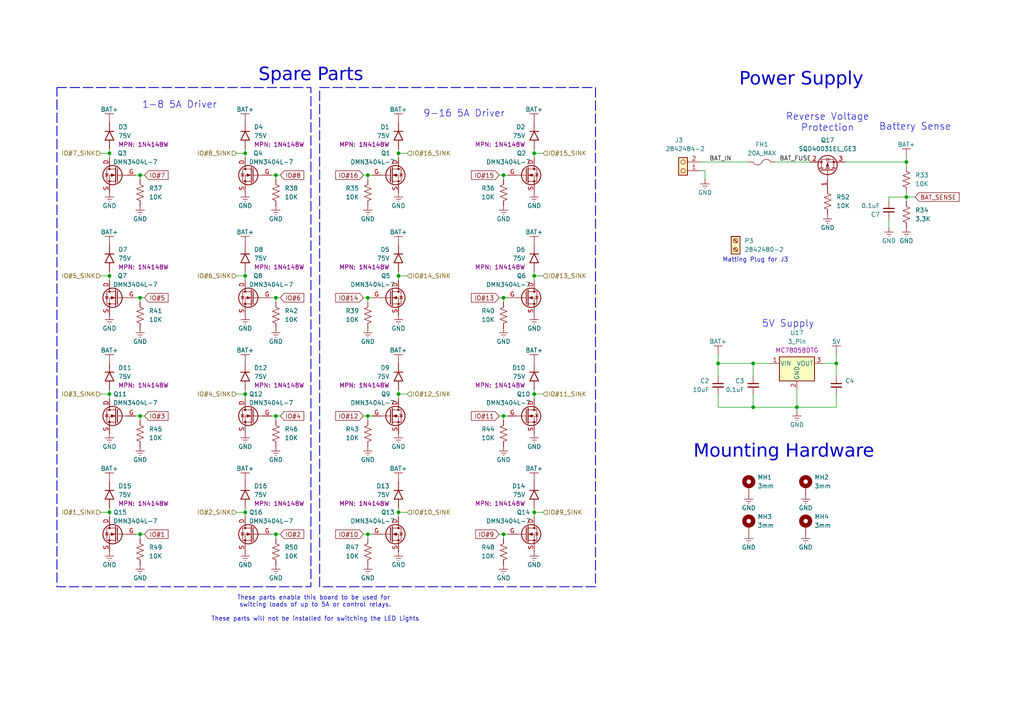
<source format=kicad_sch>
(kicad_sch (version 20250114) (generator "eeschema") (generator_version "9.0")
  (paper "A4")
  (title_block (title "Spare Parts") (company "By Myscion Dynamics"))
  (rectangle (start 92.71 25.4) (end 172.72 170.18) (stroke (width 0.254) (type dash)))
  (rectangle (start 16.51 25.4) (end 90.17 170.18) (stroke (width 0.254) (type dash)))
  (text "Mounting Hardware" (at 227.33 132.08 0) (effects (font (size 3.81 3.81))))
  (text "Spare Parts" (at 90.17 22.86 0) (effects (font (size 3.81 3.81))))
  (text "These parts enable this board to be used for \nswitcing loads of up to 5A or control relays.\n\nThese parts will not be installed for switching the LED Lights" (at 91.44 176.53 0) (effects (font (size 1.27 1.27))))
  (text "Power Supply" (at 232.41 24.13 0) (effects (font (size 3.81 3.81))))
  (text "1-8 5A Driver" (at 52.07 30.48 0) (effects (font (size 2 2))))
  (text "5V Supply" (at 228.6 93.98 0) (effects (font (size 2 2))))
  (text "Reverse Voltage\nProtection" (at 240.03 35.56 0) (effects (font (size 2 2))))
  (text "9-16 5A Driver" (at 134.62 33.02 0) (effects (font (size 2 2))))
  (text "Battery Sense" (at 265.43 36.83 0) (effects (font (size 2 2))))
  (text "Matting Plug for J3" (at 209.55 76.2 0) (effects (font (size 1.27 1.27)) (justify left bottom)))
  (junction (at 31.75 114.3))
  (junction (at 218.44 118.11))
  (junction (at 154.94 148.59))
  (junction (at 106.68 86.36))
  (junction (at 154.94 80.01))
  (junction (at 40.64 154.94))
  (junction (at 154.94 44.45))
  (junction (at 231.14 118.11))
  (junction (at 208.28 105.41))
  (junction (at 40.64 86.36))
  (junction (at 71.12 80.01))
  (junction (at 262.89 46.99))
  (junction (at 146.05 50.8))
  (junction (at 262.89 57.15))
  (junction (at 31.75 44.45))
  (junction (at 106.68 120.65))
  (junction (at 146.05 120.65))
  (junction (at 115.57 44.45))
  (junction (at 115.57 148.59))
  (junction (at 146.05 154.94))
  (junction (at 218.44 105.41))
  (junction (at 31.75 148.59))
  (junction (at 31.75 80.01))
  (junction (at 71.12 44.45))
  (junction (at 115.57 114.3))
  (junction (at 40.64 120.65))
  (junction (at 40.64 50.8))
  (junction (at 115.57 80.01))
  (junction (at 106.68 50.8))
  (junction (at 80.01 120.65))
  (junction (at 146.05 86.36))
  (junction (at 80.01 50.8))
  (junction (at 106.68 154.94))
  (junction (at 71.12 148.59))
  (junction (at 71.12 114.3))
  (junction (at 154.94 114.3))
  (junction (at 80.01 86.36))
  (junction (at 242.57 105.41))
  (junction (at 80.01 154.94))
  (wire (pts (xy 31.75 147.32) (xy 31.75 148.59)))
  (wire (pts (xy 154.94 147.32) (xy 154.94 148.59)))
  (wire (pts (xy 154.94 44.45) (xy 154.94 45.72)))
  (wire (pts (xy 262.89 57.15) (xy 262.89 58.42)))
  (wire (pts (xy 146.05 120.65) (xy 147.32 120.65)))
  (wire (pts (xy 80.01 121.92) (xy 80.01 120.65)))
  (wire (pts (xy 154.94 43.18) (xy 154.94 44.45)))
  (wire (pts (xy 29.21 44.45) (xy 31.75 44.45)))
  (wire (pts (xy 218.44 118.11) (xy 231.14 118.11)))
  (wire (pts (xy 218.44 105.41) (xy 218.44 109.22)))
  (wire (pts (xy 245.11 46.99) (xy 262.89 46.99)))
  (wire (pts (xy 204.47 49.53) (xy 203.2 49.53)))
  (wire (pts (xy 208.28 118.11) (xy 218.44 118.11)))
  (wire (pts (xy 105.41 50.8) (xy 106.68 50.8)))
  (wire (pts (xy 154.94 113.03) (xy 154.94 114.3)))
  (wire (pts (xy 71.12 148.59) (xy 71.12 149.86)))
  (wire (pts (xy 68.58 80.01) (xy 71.12 80.01)))
  (wire (pts (xy 41.91 50.8) (xy 40.64 50.8)))
  (wire (pts (xy 115.57 80.01) (xy 115.57 81.28)))
  (wire (pts (xy 115.57 43.18) (xy 115.57 44.45)))
  (wire (pts (xy 154.94 80.01) (xy 154.94 81.28)))
  (wire (pts (xy 106.68 156.21) (xy 106.68 154.94)))
  (wire (pts (xy 71.12 78.74) (xy 71.12 80.01)))
  (wire (pts (xy 31.75 148.59) (xy 31.75 149.86)))
  (wire (pts (xy 257.81 58.42) (xy 257.81 57.15)))
  (wire (pts (xy 154.94 78.74) (xy 154.94 80.01)))
  (wire (pts (xy 144.78 120.65) (xy 146.05 120.65)))
  (wire (pts (xy 262.89 55.88) (xy 262.89 57.15)))
  (wire (pts (xy 106.68 52.07) (xy 106.68 50.8)))
  (wire (pts (xy 31.75 114.3) (xy 31.75 115.57)))
  (wire (pts (xy 257.81 57.15) (xy 262.89 57.15)))
  (wire (pts (xy 80.01 52.07) (xy 80.01 50.8)))
  (wire (pts (xy 115.57 80.01) (xy 118.11 80.01)))
  (wire (pts (xy 146.05 87.63) (xy 146.05 86.36)))
  (wire (pts (xy 242.57 109.22) (xy 242.57 105.41)))
  (wire (pts (xy 146.05 154.94) (xy 147.32 154.94)))
  (wire (pts (xy 81.28 154.94) (xy 80.01 154.94)))
  (wire (pts (xy 115.57 147.32) (xy 115.57 148.59)))
  (wire (pts (xy 154.94 44.45) (xy 157.48 44.45)))
  (wire (pts (xy 31.75 44.45) (xy 31.75 45.72)))
  (wire (pts (xy 29.21 80.01) (xy 31.75 80.01)))
  (wire (pts (xy 203.2 46.99) (xy 217.17 46.99)))
  (wire (pts (xy 144.78 86.36) (xy 146.05 86.36)))
  (wire (pts (xy 146.05 50.8) (xy 147.32 50.8)))
  (wire (pts (xy 29.21 114.3) (xy 31.75 114.3)))
  (wire (pts (xy 68.58 114.3) (xy 71.12 114.3)))
  (wire (pts (xy 218.44 105.41) (xy 223.52 105.41)))
  (wire (pts (xy 242.57 118.11) (xy 242.57 114.3)))
  (wire (pts (xy 208.28 105.41) (xy 218.44 105.41)))
  (wire (pts (xy 71.12 44.45) (xy 71.12 45.72)))
  (wire (pts (xy 106.68 154.94) (xy 107.95 154.94)))
  (wire (pts (xy 40.64 156.21) (xy 40.64 154.94)))
  (wire (pts (xy 31.75 113.03) (xy 31.75 114.3)))
  (wire (pts (xy 71.12 43.18) (xy 71.12 44.45)))
  (wire (pts (xy 31.75 78.74) (xy 31.75 80.01)))
  (wire (pts (xy 81.28 120.65) (xy 80.01 120.65)))
  (wire (pts (xy 40.64 121.92) (xy 40.64 120.65)))
  (wire (pts (xy 257.81 66.04) (xy 257.81 63.5)))
  (wire (pts (xy 115.57 44.45) (xy 115.57 45.72)))
  (wire (pts (xy 231.14 118.11) (xy 231.14 119.38)))
  (wire (pts (xy 146.05 156.21) (xy 146.05 154.94)))
  (wire (pts (xy 80.01 154.94) (xy 78.74 154.94)))
  (wire (pts (xy 106.68 121.92) (xy 106.68 120.65)))
  (wire (pts (xy 81.28 86.36) (xy 80.01 86.36)))
  (wire (pts (xy 105.41 86.36) (xy 106.68 86.36)))
  (wire (pts (xy 115.57 44.45) (xy 118.11 44.45)))
  (wire (pts (xy 71.12 114.3) (xy 71.12 115.57)))
  (wire (pts (xy 146.05 121.92) (xy 146.05 120.65)))
  (wire (pts (xy 81.28 50.8) (xy 80.01 50.8)))
  (wire (pts (xy 208.28 109.22) (xy 208.28 105.41)))
  (wire (pts (xy 115.57 113.03) (xy 115.57 114.3)))
  (wire (pts (xy 231.14 113.03) (xy 231.14 118.11)))
  (wire (pts (xy 262.89 57.15) (xy 265.43 57.15)))
  (wire (pts (xy 40.64 154.94) (xy 39.37 154.94)))
  (wire (pts (xy 115.57 78.74) (xy 115.57 80.01)))
  (wire (pts (xy 154.94 148.59) (xy 157.48 148.59)))
  (wire (pts (xy 154.94 114.3) (xy 154.94 115.57)))
  (wire (pts (xy 31.75 43.18) (xy 31.75 44.45)))
  (wire (pts (xy 71.12 80.01) (xy 71.12 81.28)))
  (wire (pts (xy 106.68 120.65) (xy 107.95 120.65)))
  (wire (pts (xy 115.57 114.3) (xy 118.11 114.3)))
  (wire (pts (xy 40.64 50.8) (xy 39.37 50.8)))
  (wire (pts (xy 115.57 114.3) (xy 115.57 115.57)))
  (wire (pts (xy 224.79 46.99) (xy 234.95 46.99)))
  (wire (pts (xy 41.91 120.65) (xy 40.64 120.65)))
  (wire (pts (xy 80.01 86.36) (xy 78.74 86.36)))
  (wire (pts (xy 40.64 52.07) (xy 40.64 50.8)))
  (wire (pts (xy 71.12 113.03) (xy 71.12 114.3)))
  (wire (pts (xy 146.05 86.36) (xy 147.32 86.36)))
  (wire (pts (xy 41.91 154.94) (xy 40.64 154.94)))
  (wire (pts (xy 115.57 148.59) (xy 118.11 148.59)))
  (wire (pts (xy 68.58 148.59) (xy 71.12 148.59)))
  (wire (pts (xy 154.94 80.01) (xy 157.48 80.01)))
  (wire (pts (xy 204.47 52.07) (xy 204.47 49.53)))
  (wire (pts (xy 154.94 148.59) (xy 154.94 149.86)))
  (wire (pts (xy 29.21 148.59) (xy 31.75 148.59)))
  (wire (pts (xy 144.78 50.8) (xy 146.05 50.8)))
  (wire (pts (xy 242.57 102.87) (xy 242.57 105.41)))
  (wire (pts (xy 262.89 46.99) (xy 262.89 48.26)))
  (wire (pts (xy 106.68 87.63) (xy 106.68 86.36)))
  (wire (pts (xy 40.64 120.65) (xy 39.37 120.65)))
  (wire (pts (xy 218.44 114.3) (xy 218.44 118.11)))
  (wire (pts (xy 31.75 80.01) (xy 31.75 81.28)))
  (wire (pts (xy 146.05 52.07) (xy 146.05 50.8)))
  (wire (pts (xy 144.78 154.94) (xy 146.05 154.94)))
  (wire (pts (xy 106.68 50.8) (xy 107.95 50.8)))
  (wire (pts (xy 40.64 86.36) (xy 39.37 86.36)))
  (wire (pts (xy 80.01 120.65) (xy 78.74 120.65)))
  (wire (pts (xy 71.12 147.32) (xy 71.12 148.59)))
  (wire (pts (xy 105.41 154.94) (xy 106.68 154.94)))
  (wire (pts (xy 40.64 87.63) (xy 40.64 86.36)))
  (wire (pts (xy 41.91 86.36) (xy 40.64 86.36)))
  (wire (pts (xy 80.01 87.63) (xy 80.01 86.36)))
  (wire (pts (xy 105.41 120.65) (xy 106.68 120.65)))
  (wire (pts (xy 208.28 102.87) (xy 208.28 105.41)))
  (wire (pts (xy 115.57 148.59) (xy 115.57 149.86)))
  (wire (pts (xy 242.57 105.41) (xy 238.76 105.41)))
  (wire (pts (xy 154.94 114.3) (xy 157.48 114.3)))
  (wire (pts (xy 68.58 44.45) (xy 71.12 44.45)))
  (wire (pts (xy 262.89 45.72) (xy 262.89 46.99)))
  (wire (pts (xy 231.14 118.11) (xy 242.57 118.11)))
  (wire (pts (xy 80.01 156.21) (xy 80.01 154.94)))
  (wire (pts (xy 208.28 114.3) (xy 208.28 118.11)))
  (wire (pts (xy 80.01 50.8) (xy 78.74 50.8)))
  (wire (pts (xy 106.68 86.36) (xy 107.95 86.36)))
  (label "BAT_FUSE" (at 226.06 46.99 0))
  (label "BAT_IN" (at 205.74 46.99 0))
  (global_label "IO#11" (shape input) (at 144.78 120.65 180) (property "Intersheetrefs" "${INTERSHEET_REFS}" (effects (hide yes))))
  (global_label "IO#10" (shape input) (at 105.41 154.94 180) (property "Intersheetrefs" "${INTERSHEET_REFS}" (effects (hide yes))))
  (global_label "IO#12" (shape input) (at 105.41 120.65 180) (property "Intersheetrefs" "${INTERSHEET_REFS}" (effects (hide yes))))
  (global_label "IO#15" (shape input) (at 144.78 50.8 180) (property "Intersheetrefs" "${INTERSHEET_REFS}" (effects (hide yes))))
  (global_label "IO#2" (shape input) (at 81.28 154.94 0) (property "Intersheetrefs" "${INTERSHEET_REFS}" (effects (hide yes))))
  (global_label "IO#3" (shape input) (at 41.91 120.65 0) (property "Intersheetrefs" "${INTERSHEET_REFS}" (effects (hide yes))))
  (global_label "IO#5" (shape input) (at 41.91 86.36 0) (property "Intersheetrefs" "${INTERSHEET_REFS}" (effects (hide yes))))
  (global_label "IO#6" (shape input) (at 81.28 86.36 0) (property "Intersheetrefs" "${INTERSHEET_REFS}" (effects (hide yes))))
  (global_label "BAT_SENSE" (shape input) (at 265.43 57.15 0) (property "Intersheetrefs" "${INTERSHEET_REFS}" (effects (hide yes))))
  (global_label "IO#8" (shape input) (at 81.28 50.8 0) (property "Intersheetrefs" "${INTERSHEET_REFS}" (effects (hide yes))))
  (global_label "IO#9" (shape input) (at 144.78 154.94 180) (property "Intersheetrefs" "${INTERSHEET_REFS}" (effects (hide yes))))
  (global_label "IO#16" (shape input) (at 105.41 50.8 180) (property "Intersheetrefs" "${INTERSHEET_REFS}" (effects (hide yes))))
  (global_label "IO#7" (shape input) (at 41.91 50.8 0) (property "Intersheetrefs" "${INTERSHEET_REFS}" (effects (hide yes))))
  (global_label "IO#13" (shape input) (at 144.78 86.36 180) (property "Intersheetrefs" "${INTERSHEET_REFS}" (effects (hide yes))))
  (global_label "IO#4" (shape input) (at 81.28 120.65 0) (property "Intersheetrefs" "${INTERSHEET_REFS}" (effects (hide yes))))
  (global_label "IO#1" (shape input) (at 41.91 154.94 0) (property "Intersheetrefs" "${INTERSHEET_REFS}" (effects (hide yes))))
  (global_label "IO#14" (shape input) (at 105.41 86.36 180) (property "Intersheetrefs" "${INTERSHEET_REFS}" (effects (hide yes))))
  (hierarchical_label "IO#9_SINK" (shape input) (at 157.48 148.59 0))
  (hierarchical_label "IO#3_SINK" (shape input) (at 29.21 114.3 180))
  (hierarchical_label "IO#8_SINK" (shape input) (at 68.58 44.45 180))
  (hierarchical_label "IO#1_SINK" (shape input) (at 29.21 148.59 180))
  (hierarchical_label "IO#16_SINK" (shape input) (at 118.11 44.45 0))
  (hierarchical_label "IO#6_SINK" (shape input) (at 68.58 80.01 180))
  (hierarchical_label "IO#4_SINK" (shape input) (at 68.58 114.3 180))
  (hierarchical_label "IO#5_SINK" (shape input) (at 29.21 80.01 180))
  (hierarchical_label "IO#7_SINK" (shape input) (at 29.21 44.45 180))
  (hierarchical_label "IO#14_SINK" (shape input) (at 118.11 80.01 0))
  (hierarchical_label "IO#2_SINK" (shape input) (at 68.58 148.59 180))
  (hierarchical_label "IO#10_SINK" (shape input) (at 118.11 148.59 0))
  (hierarchical_label "IO#13_SINK" (shape input) (at 157.48 80.01 0))
  (hierarchical_label "IO#15_SINK" (shape input) (at 157.48 44.45 0))
  (hierarchical_label "IO#11_SINK" (shape input) (at 157.48 114.3 0))
  (hierarchical_label "IO#12_SINK" (shape input) (at 118.11 114.3 0))
  (symbol (lib_id "DB:IC_Linear_Supplies/MC7805BDTGOS-ND") (at 231.14 105.41 0) (unit 1)
    (property "Reference" "U17" (at 231.14 96.52 0))
    (property "Value" "3_Pin" (at 231.14 99.06 0))
    (property "Footprint" "Package_TO_SOT_SMD:TO-252-2" (effects (hide yes)))
    (property "Datasheet" "https://www.diodes.com/assets/Datasheets/products_inactive_data/AP2204.pdf" (effects (hide yes)))
    (property "Description" "IC REG LINEAR 5V 1A DPAK" (effects (hide yes)))
    (property "MPN" "MC7805BDTG" (at 231.14 101.6 0))
    (property "Manufacture" "onsemi" (effects (hide yes)))
    (property "Max_Current" "1A" (effects (hide yes)))
    (property "Symbol Heritage" "NONE" (effects (hide yes)))
    (property "Footprint Heritage" "NONE" (effects (hide yes)))
  )
  (symbol (lib_id "DB:Power_Symbols/GND") (at 80.01 59.69 0) (unit 1)
    (property "Reference" "#PWR057" (effects (hide yes)))
    (property "Value" "GND" (at 80.01 63.5 0))
    (property "Description" "GND" (effects (hide yes)))
  )
  (symbol (lib_id "DB:Power_Symbols/Power_Bar") (at 31.75 35.56 0) (unit 1)
    (property "Reference" "#PWR048" (effects (hide yes)))
    (property "Value" "BAT+" (at 31.75 31.75 0))
    (property "Description" "Power_Bar" (effects (hide yes)))
  )
  (symbol (lib_id "DB:Power_Symbols/GND") (at 154.94 91.44 0) (unit 1)
    (property "Reference" "#PWR063" (effects (hide yes)))
    (property "Value" "GND" (at 154.94 95.25 0))
    (property "Description" "GND" (effects (hide yes)))
  )
  (symbol (lib_id "DB:Diode_SMD/Diode 75 V 150mA Surface Mount SOD-123") (at 31.75 74.93 270) (unit 1)
    (property "Reference" "D7" (at 34.29 72.3899 90) (effects (justify left)))
    (property "Value" "75V" (at 34.29 74.9299 90) (effects (justify left)))
    (property "Footprint" "DB_SMD_Diodes:D_SOD-123" (effects (hide yes)))
    (property "Description" "Diode 75 V 150mA Surface Mount SOD-123" (effects (hide yes)))
    (property "Sim.Device" "D" (effects (hide yes)))
    (property "Sim.Pins" "1=K 2=A" (effects (hide yes)))
    (property "MPN" "1N4148W" (at 34.29 77.4699 90) (show_name yes) (effects (justify left)))
    (property "Disc" "Diode 75 V 150mA Surface Mount SOD-123" (effects (hide yes)))
    (property "Manufacture" "ANBON SEMICONDUCTOR (INT'L) LIMITED" (effects (hide yes)))
    (property "Power" "0.4W" (effects (hide yes)))
  )
  (symbol (lib_id "DB:Power_Symbols/GND") (at 154.94 125.73 0) (unit 1)
    (property "Reference" "#PWR075" (effects (hide yes)))
    (property "Value" "GND" (at 154.94 129.54 0))
    (property "Description" "GND" (effects (hide yes)))
  )
  (symbol (lib_id "DB:Power_Symbols/GND") (at 240.03 62.23 0) (unit 1)
    (property "Reference" "#PWR0101" (effects (hide yes)))
    (property "Value" "GND" (at 240.03 66.04 0))
    (property "Description" "GND" (effects (hide yes)))
  )
  (symbol (lib_id "DB:Diode_SMD/Diode 75 V 150mA Surface Mount SOD-123") (at 31.75 39.37 270) (unit 1)
    (property "Reference" "D3" (at 34.29 36.8299 90) (effects (justify left)))
    (property "Value" "75V" (at 34.29 39.3699 90) (effects (justify left)))
    (property "Footprint" "DB_SMD_Diodes:D_SOD-123" (effects (hide yes)))
    (property "Description" "Diode 75 V 150mA Surface Mount SOD-123" (effects (hide yes)))
    (property "Sim.Device" "D" (effects (hide yes)))
    (property "Sim.Pins" "1=K 2=A" (effects (hide yes)))
    (property "MPN" "1N4148W" (at 34.29 41.9099 90) (show_name yes) (effects (justify left)))
    (property "Disc" "Diode 75 V 150mA Surface Mount SOD-123" (effects (hide yes)))
    (property "Manufacture" "ANBON SEMICONDUCTOR (INT'L) LIMITED" (effects (hide yes)))
    (property "Power" "0.4W" (effects (hide yes)))
  )
  (symbol (lib_id "DB:Power_Symbols/GND") (at 146.05 59.69 0) (mirror y) (unit 1)
    (property "Reference" "#PWR055" (effects (hide yes)))
    (property "Value" "GND" (at 146.05 63.5 0))
    (property "Description" "GND" (effects (hide yes)))
  )
  (symbol (lib_id "DB:Power_Symbols/GND") (at 115.57 91.44 0) (unit 1)
    (property "Reference" "#PWR062" (effects (hide yes)))
    (property "Value" "GND" (at 115.57 95.25 0))
    (property "Description" "GND" (effects (hide yes)))
  )
  (symbol (lib_id "DB:Transistor_SMD_PMOS/MOSFET P-CH 30V 100A TO252AA") (at 240.03 49.53 90) (unit 1)
    (property "Reference" "Q17" (at 240.03 40.64 90))
    (property "Value" "SQD40031EL_GE3" (at 240.03 43.18 90))
    (property "Footprint" "Package_TO_SOT_SMD:TO-252-2" (effects (hide yes)))
    (property "Description" "MOSFET P-CH 30V 100A TO252AA" (effects (hide yes)))
    (property "MPN" "SQD40031EL_GE3" (effects (hide yes)))
    (property "Type" "NMOS" (effects (hide yes)))
    (property "Disc" "MOSFET P-CH 30V 100A TO252AA" (effects (hide yes)))
    (property "Manufacture" "Vishay Siliconix" (effects (hide yes)))
    (property "Max Current" "100A" (effects (hide yes)))
    (property "D-S Break Down" "30V" (effects (hide yes)))
    (property "Package" "DPAK" (effects (hide yes)))
  )
  (symbol (lib_id "DB:Power_Symbols/GND") (at 146.05 129.54 0) (mirror y) (unit 1)
    (property "Reference" "#PWR079" (effects (hide yes)))
    (property "Value" "GND" (at 146.05 133.35 0))
    (property "Description" "GND" (effects (hide yes)))
  )
  (symbol (lib_id "DB:Resistor_SMD_0603/RES 10K OHM 1% 1/10W SMD") (at 40.64 125.73 180) (unit 1)
    (property "Reference" "R45" (at 43.18 124.4599 0) (effects (justify right)))
    (property "Value" "10K" (at 43.18 126.9999 0) (effects (justify right)))
    (property "Footprint" "DB_SMD_Resistors:R_0603_1608Metric_Pad0.98x0.95mm_HandSolder" (effects (hide yes)))
    (property "Description" "RES 10K OHM 1% 1/10W SMD" (effects (hide yes)))
    (property "MPN" "RC0603FR-0710KL" (effects (hide yes)))
    (property "Disc" "RES 10K OHM 1% 1/10W SMD" (effects (hide yes)))
    (property "Manufacture" "YAGEO" (effects (hide yes)))
    (property "Power" "0.1W" (effects (hide yes)))
  )
  (symbol (lib_id "DB:Diode_SMD/Diode 75 V 150mA Surface Mount SOD-123") (at 154.94 143.51 90) (mirror x) (unit 1)
    (property "Reference" "D14" (at 152.4 140.9699 90) (effects (justify left)))
    (property "Value" "75V" (at 152.4 143.5099 90) (effects (justify left)))
    (property "Footprint" "DB_SMD_Diodes:D_SOD-123" (effects (hide yes)))
    (property "Description" "Diode 75 V 150mA Surface Mount SOD-123" (effects (hide yes)))
    (property "Sim.Device" "D" (effects (hide yes)))
    (property "Sim.Pins" "1=K 2=A" (effects (hide yes)))
    (property "MPN" "1N4148W" (at 152.4 146.0499 90) (show_name yes) (effects (justify left)))
    (property "Disc" "Diode 75 V 150mA Surface Mount SOD-123" (effects (hide yes)))
    (property "Manufacture" "ANBON SEMICONDUCTOR (INT'L) LIMITED" (effects (hide yes)))
    (property "Power" "0.4W" (effects (hide yes)))
  )
  (symbol (lib_id "DB:Diode_SMD/Diode 75 V 150mA Surface Mount SOD-123") (at 154.94 109.22 90) (mirror x) (unit 1)
    (property "Reference" "D10" (at 152.4 106.6799 90) (effects (justify left)))
    (property "Value" "75V" (at 152.4 109.2199 90) (effects (justify left)))
    (property "Footprint" "DB_SMD_Diodes:D_SOD-123" (effects (hide yes)))
    (property "Description" "Diode 75 V 150mA Surface Mount SOD-123" (effects (hide yes)))
    (property "Sim.Device" "D" (effects (hide yes)))
    (property "Sim.Pins" "1=K 2=A" (effects (hide yes)))
    (property "MPN" "1N4148W" (at 152.4 111.7599 90) (show_name yes) (effects (justify left)))
    (property "Disc" "Diode 75 V 150mA Surface Mount SOD-123" (effects (hide yes)))
    (property "Manufacture" "ANBON SEMICONDUCTOR (INT'L) LIMITED" (effects (hide yes)))
    (property "Power" "0.4W" (effects (hide yes)))
  )
  (symbol (lib_id "DB:Power_Symbols/GND") (at 40.64 59.69 0) (unit 1)
    (property "Reference" "#PWR056" (effects (hide yes)))
    (property "Value" "GND" (at 40.64 63.5 0))
    (property "Description" "GND" (effects (hide yes)))
  )
  (symbol (lib_id "DB:Power_Symbols/GND") (at 71.12 91.44 0) (unit 1)
    (property "Reference" "#PWR065" (effects (hide yes)))
    (property "Value" "GND" (at 71.12 95.25 0))
    (property "Description" "GND" (effects (hide yes)))
  )
  (symbol (lib_id "DB:Resistor_SMD_0603/RES 10K OHM 1% 1/10W SMD") (at 106.68 91.44 0) (mirror x) (unit 1)
    (property "Reference" "R39" (at 104.14 90.1699 0) (effects (justify right)))
    (property "Value" "10K" (at 104.14 92.7099 0) (effects (justify right)))
    (property "Footprint" "DB_SMD_Resistors:R_0603_1608Metric_Pad0.98x0.95mm_HandSolder" (effects (hide yes)))
    (property "Description" "RES 10K OHM 1% 1/10W SMD" (effects (hide yes)))
    (property "MPN" "RC0603FR-0710KL" (effects (hide yes)))
    (property "Disc" "RES 10K OHM 1% 1/10W SMD" (effects (hide yes)))
    (property "Manufacture" "YAGEO" (effects (hide yes)))
    (property "Power" "0.1W" (effects (hide yes)))
  )
  (symbol (lib_id "DB:Diode_SMD/Diode 75 V 150mA Surface Mount SOD-123") (at 71.12 109.22 270) (unit 1)
    (property "Reference" "D12" (at 73.66 106.6799 90) (effects (justify left)))
    (property "Value" "75V" (at 73.66 109.2199 90) (effects (justify left)))
    (property "Footprint" "DB_SMD_Diodes:D_SOD-123" (effects (hide yes)))
    (property "Description" "Diode 75 V 150mA Surface Mount SOD-123" (effects (hide yes)))
    (property "Sim.Device" "D" (effects (hide yes)))
    (property "Sim.Pins" "1=K 2=A" (effects (hide yes)))
    (property "MPN" "1N4148W" (at 73.66 111.7599 90) (show_name yes) (effects (justify left)))
    (property "Disc" "Diode 75 V 150mA Surface Mount SOD-123" (effects (hide yes)))
    (property "Manufacture" "ANBON SEMICONDUCTOR (INT'L) LIMITED" (effects (hide yes)))
    (property "Power" "0.4W" (effects (hide yes)))
  )
  (symbol (lib_id "DB:Power_Symbols/GND") (at 146.05 163.83 0) (mirror y) (unit 1)
    (property "Reference" "#PWR091" (effects (hide yes)))
    (property "Value" "GND" (at 146.05 167.64 0))
    (property "Description" "GND" (effects (hide yes)))
  )
  (symbol (lib_id "DB:Resistor_SMD_0603/RES 10K OHM 1% 1/10W SMD") (at 106.68 55.88 0) (mirror x) (unit 1)
    (property "Reference" "R35" (at 104.14 54.6099 0) (effects (justify right)))
    (property "Value" "10K" (at 104.14 57.1499 0) (effects (justify right)))
    (property "Footprint" "DB_SMD_Resistors:R_0603_1608Metric_Pad0.98x0.95mm_HandSolder" (effects (hide yes)))
    (property "Description" "RES 10K OHM 1% 1/10W SMD" (effects (hide yes)))
    (property "MPN" "RC0603FR-0710KL" (effects (hide yes)))
    (property "Disc" "RES 10K OHM 1% 1/10W SMD" (effects (hide yes)))
    (property "Manufacture" "YAGEO" (effects (hide yes)))
    (property "Power" "0.1W" (effects (hide yes)))
  )
  (symbol (lib_id "DB:Diode_SMD/Diode 75 V 150mA Surface Mount SOD-123") (at 115.57 39.37 90) (mirror x) (unit 1)
    (property "Reference" "D1" (at 113.03 36.8299 90) (effects (justify left)))
    (property "Value" "75V" (at 113.03 39.3699 90) (effects (justify left)))
    (property "Footprint" "DB_SMD_Diodes:D_SOD-123" (effects (hide yes)))
    (property "Description" "Diode 75 V 150mA Surface Mount SOD-123" (effects (hide yes)))
    (property "Sim.Device" "D" (effects (hide yes)))
    (property "Sim.Pins" "1=K 2=A" (effects (hide yes)))
    (property "MPN" "1N4148W" (at 113.03 41.9099 90) (show_name yes) (effects (justify left)))
    (property "Disc" "Diode 75 V 150mA Surface Mount SOD-123" (effects (hide yes)))
    (property "Manufacture" "ANBON SEMICONDUCTOR (INT'L) LIMITED" (effects (hide yes)))
    (property "Power" "0.4W" (effects (hide yes)))
  )
  (symbol (lib_id "DB:Mounting_Holes/3mm-plated-hole") (at 217.17 152.4 0) (unit 1)
    (property "Reference" "MH3" (at 219.71 149.8599 0) (effects (justify left)))
    (property "Value" "3mm" (at 219.71 152.3999 0) (effects (justify left)))
    (property "Footprint" "DB_Mounting_Holes:MountingHole_3.2mm_M3_Pad" (effects (hide yes)))
    (property "Description" "3mm plated hole" (effects (hide yes)))
    (property "Type" "Plated" (effects (hide yes)))
  )
  (symbol (lib_id "DB:Diode_SMD/Diode 75 V 150mA Surface Mount SOD-123") (at 154.94 39.37 90) (mirror x) (unit 1)
    (property "Reference" "D2" (at 152.4 36.8299 90) (effects (justify left)))
    (property "Value" "75V" (at 152.4 39.3699 90) (effects (justify left)))
    (property "Footprint" "DB_SMD_Diodes:D_SOD-123" (effects (hide yes)))
    (property "Description" "Diode 75 V 150mA Surface Mount SOD-123" (effects (hide yes)))
    (property "Sim.Device" "D" (effects (hide yes)))
    (property "Sim.Pins" "1=K 2=A" (effects (hide yes)))
    (property "MPN" "1N4148W" (at 152.4 41.9099 90) (show_name yes) (effects (justify left)))
    (property "Disc" "Diode 75 V 150mA Surface Mount SOD-123" (effects (hide yes)))
    (property "Manufacture" "ANBON SEMICONDUCTOR (INT'L) LIMITED" (effects (hide yes)))
    (property "Power" "0.4W" (effects (hide yes)))
  )
  (symbol (lib_id "DB:Power_Symbols/GND") (at 40.64 95.25 0) (unit 1)
    (property "Reference" "#PWR068" (effects (hide yes)))
    (property "Value" "GND" (at 40.64 99.06 0))
    (property "Description" "GND" (effects (hide yes)))
  )
  (symbol (lib_id "DB:Resistor_SMD_0603/RES 10K OHM 1% 1/10W SMD") (at 146.05 55.88 0) (mirror x) (unit 1)
    (property "Reference" "R36" (at 143.51 54.6099 0) (effects (justify right)))
    (property "Value" "10K" (at 143.51 57.1499 0) (effects (justify right)))
    (property "Footprint" "DB_SMD_Resistors:R_0603_1608Metric_Pad0.98x0.95mm_HandSolder" (effects (hide yes)))
    (property "Description" "RES 10K OHM 1% 1/10W SMD" (effects (hide yes)))
    (property "MPN" "RC0603FR-0710KL" (effects (hide yes)))
    (property "Disc" "RES 10K OHM 1% 1/10W SMD" (effects (hide yes)))
    (property "Manufacture" "YAGEO" (effects (hide yes)))
    (property "Power" "0.1W" (effects (hide yes)))
  )
  (symbol (lib_id "DB:Power_Symbols/Power_Bar") (at 71.12 105.41 0) (unit 1)
    (property "Reference" "#PWR073" (effects (hide yes)))
    (property "Value" "BAT+" (at 71.12 101.6 0))
    (property "Description" "Power_Bar" (effects (hide yes)))
  )
  (symbol (lib_id "DB:Fuse_Holder/FUSEHOLDER BLOCKS - PCB - CLIP C") (at 220.98 46.99 90) (unit 1)
    (property "Reference" "FH1" (at 220.98 41.91 90))
    (property "Value" "20A_MAX" (at 220.98 44.45 90))
    (property "Footprint" "DB_Fuse_Holder:Wurth_696108003002" (effects (hide yes)))
    (property "Description" "FUSEHOLDER BLOCKS - PCB - CLIP C" (effects (hide yes)))
    (property "MPN" "696108003002" (effects (hide yes)))
    (property "Disc" "FUSEHOLDER BLOCKS - PCB - CLIP C" (effects (hide yes)))
    (property "Manufacture" "Würth Elektronik" (effects (hide yes)))
    (property "Current" "20A" (effects (hide yes)))
    (property "Voltage Rating" "250V" (effects (hide yes)))
  )
  (symbol (lib_id "DB:Diode_SMD/Diode 75 V 150mA Surface Mount SOD-123") (at 71.12 74.93 270) (unit 1)
    (property "Reference" "D8" (at 73.66 72.3899 90) (effects (justify left)))
    (property "Value" "75V" (at 73.66 74.9299 90) (effects (justify left)))
    (property "Footprint" "DB_SMD_Diodes:D_SOD-123" (effects (hide yes)))
    (property "Description" "Diode 75 V 150mA Surface Mount SOD-123" (effects (hide yes)))
    (property "Sim.Device" "D" (effects (hide yes)))
    (property "Sim.Pins" "1=K 2=A" (effects (hide yes)))
    (property "MPN" "1N4148W" (at 73.66 77.4699 90) (show_name yes) (effects (justify left)))
    (property "Disc" "Diode 75 V 150mA Surface Mount SOD-123" (effects (hide yes)))
    (property "Manufacture" "ANBON SEMICONDUCTOR (INT'L) LIMITED" (effects (hide yes)))
    (property "Power" "0.4W" (effects (hide yes)))
  )
  (symbol (lib_id "DB:Resistor_SMD_0603/RES 10K OHM 1% 1/10W SMD") (at 80.01 125.73 180) (unit 1)
    (property "Reference" "R46" (at 82.55 124.4599 0) (effects (justify right)))
    (property "Value" "10K" (at 82.55 126.9999 0) (effects (justify right)))
    (property "Footprint" "DB_SMD_Resistors:R_0603_1608Metric_Pad0.98x0.95mm_HandSolder" (effects (hide yes)))
    (property "Description" "RES 10K OHM 1% 1/10W SMD" (effects (hide yes)))
    (property "MPN" "RC0603FR-0710KL" (effects (hide yes)))
    (property "Disc" "RES 10K OHM 1% 1/10W SMD" (effects (hide yes)))
    (property "Manufacture" "YAGEO" (effects (hide yes)))
    (property "Power" "0.1W" (effects (hide yes)))
  )
  (symbol (lib_id "DB:Power_Symbols/Power_Bar") (at 31.75 105.41 0) (unit 1)
    (property "Reference" "#PWR072" (effects (hide yes)))
    (property "Value" "BAT+" (at 31.75 101.6 0))
    (property "Description" "Power_Bar" (effects (hide yes)))
  )
  (symbol (lib_id "DB:Power_Symbols/GND") (at 31.75 125.73 0) (unit 1)
    (property "Reference" "#PWR076" (effects (hide yes)))
    (property "Value" "GND" (at 31.75 129.54 0))
    (property "Description" "GND" (effects (hide yes)))
  )
  (symbol (lib_id "DB:Power_Symbols/GND") (at 71.12 125.73 0) (unit 1)
    (property "Reference" "#PWR077" (effects (hide yes)))
    (property "Value" "GND" (at 71.12 129.54 0))
    (property "Description" "GND" (effects (hide yes)))
  )
  (symbol (lib_id "DB:Power_Symbols/GND") (at 106.68 95.25 0) (mirror y) (unit 1)
    (property "Reference" "#PWR066" (effects (hide yes)))
    (property "Value" "GND" (at 106.68 99.06 0))
    (property "Description" "GND" (effects (hide yes)))
  )
  (symbol (lib_id "DB:Transistor_SMD_NMOS/N-Channel 30 V 5.8A (Ta) 720mW (Ta) Surface Mount SOT-23-3") (at 113.03 154.94 0) (unit 1)
    (property "Reference" "Q13" (at 110.49 148.59 0) (effects (justify left)))
    (property "Value" "DMN3404L-7" (at 101.6 151.13 0) (effects (justify left)))
    (property "Footprint" "DB_Transistors:SOT-23-3_G-S-D" (effects (hide yes)))
    (property "Description" "N-Channel 30 V 5.8A (Ta) 720mW (Ta) Surface Mount SOT-23-3" (effects (hide yes)))
    (property "MPN" "DMN3404L-7" (effects (hide yes)))
    (property "Type" "MOSFET" (effects (hide yes)))
    (property "Disc" "N-Channel 30 V 5.8A (Ta) 720mW (Ta) Surface Mount SOT-23-3" (effects (hide yes)))
    (property "Manufacture" "Diodes Incorporated" (effects (hide yes)))
    (property "Max Current" "2.0A-5.8A" (effects (hide yes)))
    (property "D-S Break Down" "30V" (effects (hide yes)))
    (property "Package" "SOT-23-3" (effects (hide yes)))
  )
  (symbol (lib_id "DB:Transistor_SMD_NMOS/N-Channel 30 V 5.8A (Ta) 720mW (Ta) Surface Mount SOT-23-3") (at 73.66 120.65 0) (mirror y) (unit 1)
    (property "Reference" "Q12" (at 76.2 114.3 0) (effects (justify left)))
    (property "Value" "DMN3404L-7" (at 85.09 116.84 0) (effects (justify left)))
    (property "Footprint" "DB_Transistors:SOT-23-3_G-S-D" (effects (hide yes)))
    (property "Description" "N-Channel 30 V 5.8A (Ta) 720mW (Ta) Surface Mount SOT-23-3" (effects (hide yes)))
    (property "MPN" "DMN3404L-7" (effects (hide yes)))
    (property "Type" "MOSFET" (effects (hide yes)))
    (property "Disc" "N-Channel 30 V 5.8A (Ta) 720mW (Ta) Surface Mount SOT-23-3" (effects (hide yes)))
    (property "Manufacture" "Diodes Incorporated" (effects (hide yes)))
    (property "Max Current" "2.0A-5.8A" (effects (hide yes)))
    (property "D-S Break Down" "30V" (effects (hide yes)))
    (property "Package" "SOT-23-3" (effects (hide yes)))
  )
  (symbol (lib_id "DB:Power_Symbols/GND") (at 40.64 163.83 0) (unit 1)
    (property "Reference" "#PWR092" (effects (hide yes)))
    (property "Value" "GND" (at 40.64 167.64 0))
    (property "Description" "GND" (effects (hide yes)))
  )
  (symbol (lib_id "DB:Resistor_SMD_0603/RES 10K OHM 1% 1/10W SMD") (at 106.68 160.02 0) (mirror x) (unit 1)
    (property "Reference" "R47" (at 104.14 158.7499 0) (effects (justify right)))
    (property "Value" "10K" (at 104.14 161.2899 0) (effects (justify right)))
    (property "Footprint" "DB_SMD_Resistors:R_0603_1608Metric_Pad0.98x0.95mm_HandSolder" (effects (hide yes)))
    (property "Description" "RES 10K OHM 1% 1/10W SMD" (effects (hide yes)))
    (property "MPN" "RC0603FR-0710KL" (effects (hide yes)))
    (property "Disc" "RES 10K OHM 1% 1/10W SMD" (effects (hide yes)))
    (property "Manufacture" "YAGEO" (effects (hide yes)))
    (property "Power" "0.1W" (effects (hide yes)))
  )
  (symbol (lib_id "DB:Power_Symbols/GND") (at 154.94 160.02 0) (unit 1)
    (property "Reference" "#PWR087" (effects (hide yes)))
    (property "Value" "GND" (at 154.94 163.83 0))
    (property "Description" "GND" (effects (hide yes)))
  )
  (symbol (lib_id "DB:Power_Symbols/GND") (at 146.05 95.25 0) (mirror y) (unit 1)
    (property "Reference" "#PWR067" (effects (hide yes)))
    (property "Value" "GND" (at 146.05 99.06 0))
    (property "Description" "GND" (effects (hide yes)))
  )
  (symbol (lib_id "DB:Power_Symbols/Power_Bar") (at 115.57 35.56 0) (mirror y) (unit 1)
    (property "Reference" "#PWR046" (effects (hide yes)))
    (property "Value" "BAT+" (at 115.57 31.75 0))
    (property "Description" "Power_Bar" (effects (hide yes)))
  )
  (symbol (lib_id "DB:Transistor_SMD_NMOS/N-Channel 30 V 5.8A (Ta) 720mW (Ta) Surface Mount SOT-23-3") (at 73.66 154.94 0) (mirror y) (unit 1)
    (property "Reference" "Q16" (at 76.2 148.59 0) (effects (justify left)))
    (property "Value" "DMN3404L-7" (at 85.09 151.13 0) (effects (justify left)))
    (property "Footprint" "DB_Transistors:SOT-23-3_G-S-D" (effects (hide yes)))
    (property "Description" "N-Channel 30 V 5.8A (Ta) 720mW (Ta) Surface Mount SOT-23-3" (effects (hide yes)))
    (property "MPN" "DMN3404L-7" (effects (hide yes)))
    (property "Type" "MOSFET" (effects (hide yes)))
    (property "Disc" "N-Channel 30 V 5.8A (Ta) 720mW (Ta) Surface Mount SOT-23-3" (effects (hide yes)))
    (property "Manufacture" "Diodes Incorporated" (effects (hide yes)))
    (property "Max Current" "2.0A-5.8A" (effects (hide yes)))
    (property "D-S Break Down" "30V" (effects (hide yes)))
    (property "Package" "SOT-23-3" (effects (hide yes)))
  )
  (symbol (lib_id "DB:Power_Symbols/GND") (at 106.68 163.83 0) (mirror y) (unit 1)
    (property "Reference" "#PWR090" (effects (hide yes)))
    (property "Value" "GND" (at 106.68 167.64 0))
    (property "Description" "GND" (effects (hide yes)))
  )
  (symbol (lib_id "DB:Resistor_SMD_0603/RES 10K OHM 1% 1/10W SMD") (at 80.01 91.44 180) (unit 1)
    (property "Reference" "R42" (at 82.55 90.1699 0) (effects (justify right)))
    (property "Value" "10K" (at 82.55 92.7099 0) (effects (justify right)))
    (property "Footprint" "DB_SMD_Resistors:R_0603_1608Metric_Pad0.98x0.95mm_HandSolder" (effects (hide yes)))
    (property "Description" "RES 10K OHM 1% 1/10W SMD" (effects (hide yes)))
    (property "MPN" "RC0603FR-0710KL" (effects (hide yes)))
    (property "Disc" "RES 10K OHM 1% 1/10W SMD" (effects (hide yes)))
    (property "Manufacture" "YAGEO" (effects (hide yes)))
    (property "Power" "0.1W" (effects (hide yes)))
  )
  (symbol (lib_id "DB:Power_Symbols/Power_Bar") (at 262.89 45.72 0) (unit 1)
    (property "Reference" "#PWR040" (effects (hide yes)))
    (property "Value" "BAT+" (at 262.89 41.91 0))
    (property "Description" "Power_Bar" (effects (hide yes)))
  )
  (symbol (lib_id "DB:Power_Symbols/GND") (at 80.01 95.25 0) (unit 1)
    (property "Reference" "#PWR069" (effects (hide yes)))
    (property "Value" "GND" (at 80.01 99.06 0))
    (property "Description" "GND" (effects (hide yes)))
  )
  (symbol (lib_id "DB:Power_Symbols/GND") (at 80.01 163.83 0) (unit 1)
    (property "Reference" "#PWR093" (effects (hide yes)))
    (property "Value" "GND" (at 80.01 167.64 0))
    (property "Description" "GND" (effects (hide yes)))
  )
  (symbol (lib_name "Ceramic_0603_X7R_50V/CAP CER 0.1UF 50V X7R 0603_1") (lib_id "DB:Ceramic_0603_X7R_50V/CAP CER 0.1UF 50V X7R 0603") (at 242.57 111.76 0) (mirror y) (unit 1)
    (property "Reference" "C4" (at 245.11 110.4962 0) (effects (justify right)))
    (property "Value" "0.1uF" (effects (hide yes)))
    (property "Footprint" "DB_SMD_Capacitors:C_0603_1608Metric_Pad1.08x0.95mm_HandSolder" (effects (hide yes)))
    (property "Description" "CAP CER 0.1UF 50V X7R 0603" (effects (hide yes)))
    (property "MPN" "CL10B104KB8NNNC" (effects (hide yes)))
    (property "Disc" "CAP CER 0.1UF 50V X7R 0603" (effects (hide yes)))
    (property "Manufacture" "Samsung Electro-Mechanics" (effects (hide yes)))
    (property "Voltage" "50V" (effects (hide yes)))
    (property "Tolerance" "10%" (effects (hide yes)))
    (property "Material" "X7R" (effects (hide yes)))
  )
  (symbol (lib_name "Ceramic_0603_X7R_50V/CAP CER 0.1UF 50V X7R 0603_1") (lib_id "DB:Ceramic_0603_X7R_50V/CAP CER 0.1UF 50V X7R 0603") (at 257.81 60.96 0) (mirror x) (unit 1)
    (property "Reference" "C7" (at 255.27 62.2238 0) (effects (justify right)))
    (property "Value" "0.1uF" (at 255.27 59.6838 0) (effects (justify right)))
    (property "Footprint" "DB_SMD_Capacitors:C_0603_1608Metric_Pad1.08x0.95mm_HandSolder" (effects (hide yes)))
    (property "Description" "CAP CER 0.1UF 50V X7R 0603" (effects (hide yes)))
    (property "MPN" "CL10B104KB8NNNC" (effects (hide yes)))
    (property "Disc" "CAP CER 0.1UF 50V X7R 0603" (effects (hide yes)))
    (property "Manufacture" "Samsung Electro-Mechanics" (effects (hide yes)))
    (property "Voltage" "50V" (effects (hide yes)))
    (property "Tolerance" "10%" (effects (hide yes)))
    (property "Material" "X7R" (effects (hide yes)))
  )
  (symbol (lib_id "DB:Mounting_Holes/3mm-plated-hole") (at 233.68 152.4 0) (unit 1)
    (property "Reference" "MH4" (at 236.22 149.8599 0) (effects (justify left)))
    (property "Value" "3mm" (at 236.22 152.3999 0) (effects (justify left)))
    (property "Footprint" "DB_Mounting_Holes:MountingHole_3.2mm_M3_Pad" (effects (hide yes)))
    (property "Description" "3mm plated hole" (effects (hide yes)))
    (property "Type" "Plated" (effects (hide yes)))
  )
  (symbol (lib_id "DB:Power_Symbols/GND") (at 31.75 160.02 0) (unit 1)
    (property "Reference" "#PWR088" (effects (hide yes)))
    (property "Value" "GND" (at 31.75 163.83 0))
    (property "Description" "GND" (effects (hide yes)))
  )
  (symbol (lib_id "DB:Transistor_SMD_NMOS/N-Channel 30 V 5.8A (Ta) 720mW (Ta) Surface Mount SOT-23-3") (at 152.4 50.8 0) (unit 1)
    (property "Reference" "Q2" (at 149.86 44.45 0) (effects (justify left)))
    (property "Value" "DMN3404L-7" (at 140.97 46.99 0) (effects (justify left)))
    (property "Footprint" "DB_Transistors:SOT-23-3_G-S-D" (effects (hide yes)))
    (property "Description" "N-Channel 30 V 5.8A (Ta) 720mW (Ta) Surface Mount SOT-23-3" (effects (hide yes)))
    (property "MPN" "DMN3404L-7" (effects (hide yes)))
    (property "Type" "MOSFET" (effects (hide yes)))
    (property "Disc" "N-Channel 30 V 5.8A (Ta) 720mW (Ta) Surface Mount SOT-23-3" (effects (hide yes)))
    (property "Manufacture" "Diodes Incorporated" (effects (hide yes)))
    (property "Max Current" "2.0A-5.8A" (effects (hide yes)))
    (property "D-S Break Down" "30V" (effects (hide yes)))
    (property "Package" "SOT-23-3" (effects (hide yes)))
  )
  (symbol (lib_id "DB:Resistor_SMD_0603/RES 10K OHM 1% 1/10W SMD") (at 106.68 125.73 0) (mirror x) (unit 1)
    (property "Reference" "R43" (at 104.14 124.4599 0) (effects (justify right)))
    (property "Value" "10K" (at 104.14 126.9999 0) (effects (justify right)))
    (property "Footprint" "DB_SMD_Resistors:R_0603_1608Metric_Pad0.98x0.95mm_HandSolder" (effects (hide yes)))
    (property "Description" "RES 10K OHM 1% 1/10W SMD" (effects (hide yes)))
    (property "MPN" "RC0603FR-0710KL" (effects (hide yes)))
    (property "Disc" "RES 10K OHM 1% 1/10W SMD" (effects (hide yes)))
    (property "Manufacture" "YAGEO" (effects (hide yes)))
    (property "Power" "0.1W" (effects (hide yes)))
  )
  (symbol (lib_id "DB:Power_Symbols/Power_Bar") (at 242.57 102.87 0) (unit 1)
    (property "Reference" "#PWR042" (effects (hide yes)))
    (property "Value" "5V" (at 242.57 99.06 0))
    (property "Description" "Power_Bar" (effects (hide yes)))
  )
  (symbol (lib_id "DB:Power_Symbols/Power_Bar") (at 154.94 35.56 0) (mirror y) (unit 1)
    (property "Reference" "#PWR047" (effects (hide yes)))
    (property "Value" "BAT+" (at 154.94 31.75 0))
    (property "Description" "Power_Bar" (effects (hide yes)))
  )
  (symbol (lib_id "DB:Power_Symbols/GND") (at 233.68 143.51 0) (unit 1)
    (property "Reference" "#PWR098" (effects (hide yes)))
    (property "Value" "GND" (at 233.68 147.32 0))
    (property "Description" "GND" (effects (hide yes)))
  )
  (symbol (lib_id "DB:Power_Symbols/Power_Bar") (at 71.12 35.56 0) (unit 1)
    (property "Reference" "#PWR049" (effects (hide yes)))
    (property "Value" "BAT+" (at 71.12 31.75 0))
    (property "Description" "Power_Bar" (effects (hide yes)))
  )
  (symbol (lib_id "DB:Mounting_Holes/3mm-plated-hole") (at 217.17 140.97 0) (unit 1)
    (property "Reference" "MH1" (at 219.71 138.4299 0) (effects (justify left)))
    (property "Value" "3mm" (at 219.71 140.9699 0) (effects (justify left)))
    (property "Footprint" "DB_Mounting_Holes:MountingHole_3.2mm_M3_Pad" (effects (hide yes)))
    (property "Description" "3mm plated hole" (effects (hide yes)))
    (property "Type" "Plated" (effects (hide yes)))
  )
  (symbol (lib_id "DB:Power_Symbols/GND") (at 154.94 55.88 0) (unit 1)
    (property "Reference" "#PWR051" (effects (hide yes)))
    (property "Value" "GND" (at 154.94 59.69 0))
    (property "Description" "GND" (effects (hide yes)))
  )
  (symbol (lib_id "DB:Diode_SMD/Diode 75 V 150mA Surface Mount SOD-123") (at 115.57 143.51 90) (mirror x) (unit 1)
    (property "Reference" "D13" (at 113.03 140.9699 90) (effects (justify left)))
    (property "Value" "75V" (at 113.03 143.5099 90) (effects (justify left)))
    (property "Footprint" "DB_SMD_Diodes:D_SOD-123" (effects (hide yes)))
    (property "Description" "Diode 75 V 150mA Surface Mount SOD-123" (effects (hide yes)))
    (property "Sim.Device" "D" (effects (hide yes)))
    (property "Sim.Pins" "1=K 2=A" (effects (hide yes)))
    (property "MPN" "1N4148W" (at 113.03 146.0499 90) (show_name yes) (effects (justify left)))
    (property "Disc" "Diode 75 V 150mA Surface Mount SOD-123" (effects (hide yes)))
    (property "Manufacture" "ANBON SEMICONDUCTOR (INT'L) LIMITED" (effects (hide yes)))
    (property "Power" "0.4W" (effects (hide yes)))
  )
  (symbol (lib_id "DB:Diode_SMD/Diode 75 V 150mA Surface Mount SOD-123") (at 31.75 109.22 270) (unit 1)
    (property "Reference" "D11" (at 34.29 106.6799 90) (effects (justify left)))
    (property "Value" "75V" (at 34.29 109.2199 90) (effects (justify left)))
    (property "Footprint" "DB_SMD_Diodes:D_SOD-123" (effects (hide yes)))
    (property "Description" "Diode 75 V 150mA Surface Mount SOD-123" (effects (hide yes)))
    (property "Sim.Device" "D" (effects (hide yes)))
    (property "Sim.Pins" "1=K 2=A" (effects (hide yes)))
    (property "MPN" "1N4148W" (at 34.29 111.7599 90) (show_name yes) (effects (justify left)))
    (property "Disc" "Diode 75 V 150mA Surface Mount SOD-123" (effects (hide yes)))
    (property "Manufacture" "ANBON SEMICONDUCTOR (INT'L) LIMITED" (effects (hide yes)))
    (property "Power" "0.4W" (effects (hide yes)))
  )
  (symbol (lib_id "DB:Resistor_SMD_0603/RES 10K OHM 1% 1/10W SMD") (at 80.01 55.88 180) (unit 1)
    (property "Reference" "R38" (at 82.55 54.6099 0) (effects (justify right)))
    (property "Value" "10K" (at 82.55 57.1499 0) (effects (justify right)))
    (property "Footprint" "DB_SMD_Resistors:R_0603_1608Metric_Pad0.98x0.95mm_HandSolder" (effects (hide yes)))
    (property "Description" "RES 10K OHM 1% 1/10W SMD" (effects (hide yes)))
    (property "MPN" "RC0603FR-0710KL" (effects (hide yes)))
    (property "Disc" "RES 10K OHM 1% 1/10W SMD" (effects (hide yes)))
    (property "Manufacture" "YAGEO" (effects (hide yes)))
    (property "Power" "0.1W" (effects (hide yes)))
  )
  (symbol (lib_id "DB:Power_Symbols/GND") (at 262.89 66.04 0) (unit 1)
    (property "Reference" "#PWR045" (effects (hide yes)))
    (property "Value" "GND" (at 262.89 69.85 0))
    (property "Description" "GND" (effects (hide yes)))
  )
  (symbol (lib_id "DB:Power_Symbols/GND") (at 71.12 160.02 0) (unit 1)
    (property "Reference" "#PWR089" (effects (hide yes)))
    (property "Value" "GND" (at 71.12 163.83 0))
    (property "Description" "GND" (effects (hide yes)))
  )
  (symbol (lib_id "DB:Power_Symbols/Power_Bar") (at 115.57 105.41 0) (mirror y) (unit 1)
    (property "Reference" "#PWR070" (effects (hide yes)))
    (property "Value" "BAT+" (at 115.57 101.6 0))
    (property "Description" "Power_Bar" (effects (hide yes)))
  )
  (symbol (lib_id "DB:Power_Symbols/GND") (at 31.75 91.44 0) (unit 1)
    (property "Reference" "#PWR064" (effects (hide yes)))
    (property "Value" "GND" (at 31.75 95.25 0))
    (property "Description" "GND" (effects (hide yes)))
  )
  (symbol (lib_id "DB:Transistor_SMD_NMOS/N-Channel 30 V 5.8A (Ta) 720mW (Ta) Surface Mount SOT-23-3") (at 113.03 86.36 0) (unit 1)
    (property "Reference" "Q5" (at 110.49 80.01 0) (effects (justify left)))
    (property "Value" "DMN3404L-7" (at 101.6 82.55 0) (effects (justify left)))
    (property "Footprint" "DB_Transistors:SOT-23-3_G-S-D" (effects (hide yes)))
    (property "Description" "N-Channel 30 V 5.8A (Ta) 720mW (Ta) Surface Mount SOT-23-3" (effects (hide yes)))
    (property "MPN" "DMN3404L-7" (effects (hide yes)))
    (property "Type" "MOSFET" (effects (hide yes)))
    (property "Disc" "N-Channel 30 V 5.8A (Ta) 720mW (Ta) Surface Mount SOT-23-3" (effects (hide yes)))
    (property "Manufacture" "Diodes Incorporated" (effects (hide yes)))
    (property "Max Current" "2.0A-5.8A" (effects (hide yes)))
    (property "D-S Break Down" "30V" (effects (hide yes)))
    (property "Package" "SOT-23-3" (effects (hide yes)))
  )
  (symbol (lib_id "DB:Power_Symbols/Power_Bar") (at 71.12 139.7 0) (unit 1)
    (property "Reference" "#PWR085" (effects (hide yes)))
    (property "Value" "BAT+" (at 71.12 135.89 0))
    (property "Description" "Power_Bar" (effects (hide yes)))
  )
  (symbol (lib_id "DB:Resistor_SMD_0603/RES 10K OHM 1% 1/10W SMD") (at 40.64 55.88 180) (unit 1)
    (property "Reference" "R37" (at 43.18 54.6099 0) (effects (justify right)))
    (property "Value" "10K" (at 43.18 57.1499 0) (effects (justify right)))
    (property "Footprint" "DB_SMD_Resistors:R_0603_1608Metric_Pad0.98x0.95mm_HandSolder" (effects (hide yes)))
    (property "Description" "RES 10K OHM 1% 1/10W SMD" (effects (hide yes)))
    (property "MPN" "RC0603FR-0710KL" (effects (hide yes)))
    (property "Disc" "RES 10K OHM 1% 1/10W SMD" (effects (hide yes)))
    (property "Manufacture" "YAGEO" (effects (hide yes)))
    (property "Power" "0.1W" (effects (hide yes)))
  )
  (symbol (lib_id "DB:Diode_SMD/Diode 75 V 150mA Surface Mount SOD-123") (at 154.94 74.93 90) (mirror x) (unit 1)
    (property "Reference" "D6" (at 152.4 72.3899 90) (effects (justify left)))
    (property "Value" "75V" (at 152.4 74.9299 90) (effects (justify left)))
    (property "Footprint" "DB_SMD_Diodes:D_SOD-123" (effects (hide yes)))
    (property "Description" "Diode 75 V 150mA Surface Mount SOD-123" (effects (hide yes)))
    (property "Sim.Device" "D" (effects (hide yes)))
    (property "Sim.Pins" "1=K 2=A" (effects (hide yes)))
    (property "MPN" "1N4148W" (at 152.4 77.4699 90) (show_name yes) (effects (justify left)))
    (property "Disc" "Diode 75 V 150mA Surface Mount SOD-123" (effects (hide yes)))
    (property "Manufacture" "ANBON SEMICONDUCTOR (INT'L) LIMITED" (effects (hide yes)))
    (property "Power" "0.4W" (effects (hide yes)))
  )
  (symbol (lib_id "DB:Power_Symbols/Power_Bar") (at 115.57 71.12 0) (mirror y) (unit 1)
    (property "Reference" "#PWR058" (effects (hide yes)))
    (property "Value" "BAT+" (at 115.57 67.31 0))
    (property "Description" "Power_Bar" (effects (hide yes)))
  )
  (symbol (lib_id "DB:Resistor_SMD_0603/RES 10K OHM 1% 1/10W SMD") (at 146.05 125.73 0) (mirror x) (unit 1)
    (property "Reference" "R44" (at 143.51 124.4599 0) (effects (justify right)))
    (property "Value" "10K" (at 143.51 126.9999 0) (effects (justify right)))
    (property "Footprint" "DB_SMD_Resistors:R_0603_1608Metric_Pad0.98x0.95mm_HandSolder" (effects (hide yes)))
    (property "Description" "RES 10K OHM 1% 1/10W SMD" (effects (hide yes)))
    (property "MPN" "RC0603FR-0710KL" (effects (hide yes)))
    (property "Disc" "RES 10K OHM 1% 1/10W SMD" (effects (hide yes)))
    (property "Manufacture" "YAGEO" (effects (hide yes)))
    (property "Power" "0.1W" (effects (hide yes)))
  )
  (symbol (lib_id "DB:Resistor_SMD_0603/RES 3.3K OHM 1% 1/10W SMD") (at 262.89 62.23 0) (unit 1)
    (property "Reference" "R34" (at 265.43 60.9599 0) (effects (justify left)))
    (property "Value" "3.3K" (at 265.43 63.4999 0) (effects (justify left)))
    (property "Footprint" "DB_SMD_Resistors:R_0603_1608Metric_Pad0.98x0.95mm_HandSolder" (effects (hide yes)))
    (property "Description" "RES 3.3K OHM 1% 1/10W SMD" (effects (hide yes)))
    (property "MPN" "RC0603FR-073K3L" (effects (hide yes)))
    (property "Disc" "RES 3.3K OHM 1% 1/10W SMD" (effects (hide yes)))
    (property "Manufacture" "YAGEO" (effects (hide yes)))
    (property "Power" "0.1W" (effects (hide yes)))
  )
  (symbol (lib_id "DB:Power_Symbols/GND") (at 31.75 55.88 0) (unit 1)
    (property "Reference" "#PWR052" (effects (hide yes)))
    (property "Value" "GND" (at 31.75 59.69 0))
    (property "Description" "GND" (effects (hide yes)))
  )
  (symbol (lib_id "DB:Transistor_SMD_NMOS/N-Channel 30 V 5.8A (Ta) 720mW (Ta) Surface Mount SOT-23-3") (at 34.29 120.65 0) (mirror y) (unit 1)
    (property "Reference" "Q11" (at 36.83 114.3 0) (effects (justify left)))
    (property "Value" "DMN3404L-7" (at 45.72 116.84 0) (effects (justify left)))
    (property "Footprint" "DB_Transistors:SOT-23-3_G-S-D" (effects (hide yes)))
    (property "Description" "N-Channel 30 V 5.8A (Ta) 720mW (Ta) Surface Mount SOT-23-3" (effects (hide yes)))
    (property "MPN" "DMN3404L-7" (effects (hide yes)))
    (property "Type" "MOSFET" (effects (hide yes)))
    (property "Disc" "N-Channel 30 V 5.8A (Ta) 720mW (Ta) Surface Mount SOT-23-3" (effects (hide yes)))
    (property "Manufacture" "Diodes Incorporated" (effects (hide yes)))
    (property "Max Current" "2.0A-5.8A" (effects (hide yes)))
    (property "D-S Break Down" "30V" (effects (hide yes)))
    (property "Package" "SOT-23-3" (effects (hide yes)))
  )
  (symbol (lib_id "DB:Power_Symbols/Power_Bar") (at 154.94 139.7 0) (mirror y) (unit 1)
    (property "Reference" "#PWR083" (effects (hide yes)))
    (property "Value" "BAT+" (at 154.94 135.89 0))
    (property "Description" "Power_Bar" (effects (hide yes)))
  )
  (symbol (lib_id "DB:Terminal_Block_Sockets/TERM BLOCK HDR 2POS 3.50MM") (at 198.12 48.26 180) (unit 1)
    (property "Reference" "J3" (at 198.12 40.64 0) (effects (justify left)))
    (property "Value" "2842484-2" (at 204.47 43.18 0) (effects (justify left)))
    (property "Footprint" "DB_Terminal_Blocks:TE_1x16_3.5mm_2842484-2" (effects (hide yes)))
    (property "Description" "TERM BLOCK HDR 2POS 3.50MM" (effects (hide yes)))
    (property "MPN" "2842484-2" (effects (hide yes)))
    (property "Positions" "2" (effects (hide yes)))
    (property "Disc" "TERM BLOCK HDR 2POS 3.50MM" (effects (hide yes)))
    (property "Manufacture" "TE Connectivity AMP Connectors" (effects (hide yes)))
    (property "Current" "8A" (effects (hide yes)))
    (property "Pitch" "0.138\" (3.50mm)" (effects (hide yes)))
    (property "Wire Guage" "NA" (effects (hide yes)))
  )
  (symbol (lib_id "DB:Power_Symbols/GND") (at 106.68 129.54 0) (mirror y) (unit 1)
    (property "Reference" "#PWR078" (effects (hide yes)))
    (property "Value" "GND" (at 106.68 133.35 0))
    (property "Description" "GND" (effects (hide yes)))
  )
  (symbol (lib_id "DB:Mounting_Holes/3mm-plated-hole") (at 233.68 140.97 0) (unit 1)
    (property "Reference" "MH2" (at 236.22 138.4299 0) (effects (justify left)))
    (property "Value" "3mm" (at 236.22 140.9699 0) (effects (justify left)))
    (property "Footprint" "DB_Mounting_Holes:MountingHole_3.2mm_M3_Pad" (effects (hide yes)))
    (property "Description" "3mm plated hole" (effects (hide yes)))
    (property "Type" "Plated" (effects (hide yes)))
  )
  (symbol (lib_id "DB:Resistor_SMD_0603/RES 10K OHM 1% 1/10W SMD") (at 262.89 52.07 180) (unit 1)
    (property "Reference" "R33" (at 265.43 50.7999 0) (effects (justify right)))
    (property "Value" "10K" (at 265.43 53.3399 0) (effects (justify right)))
    (property "Footprint" "DB_SMD_Resistors:R_0603_1608Metric_Pad0.98x0.95mm_HandSolder" (effects (hide yes)))
    (property "Description" "RES 10K OHM 1% 1/10W SMD" (effects (hide yes)))
    (property "MPN" "RC0603FR-0710KL" (effects (hide yes)))
    (property "Disc" "RES 10K OHM 1% 1/10W SMD" (effects (hide yes)))
    (property "Manufacture" "YAGEO" (effects (hide yes)))
    (property "Power" "0.1W" (effects (hide yes)))
  )
  (symbol (lib_id "DB:Diode_SMD/Diode 75 V 150mA Surface Mount SOD-123") (at 115.57 109.22 90) (mirror x) (unit 1)
    (property "Reference" "D9" (at 113.03 106.6799 90) (effects (justify left)))
    (property "Value" "75V" (at 113.03 109.2199 90) (effects (justify left)))
    (property "Footprint" "DB_SMD_Diodes:D_SOD-123" (effects (hide yes)))
    (property "Description" "Diode 75 V 150mA Surface Mount SOD-123" (effects (hide yes)))
    (property "Sim.Device" "D" (effects (hide yes)))
    (property "Sim.Pins" "1=K 2=A" (effects (hide yes)))
    (property "MPN" "1N4148W" (at 113.03 111.7599 90) (show_name yes) (effects (justify left)))
    (property "Disc" "Diode 75 V 150mA Surface Mount SOD-123" (effects (hide yes)))
    (property "Manufacture" "ANBON SEMICONDUCTOR (INT'L) LIMITED" (effects (hide yes)))
    (property "Power" "0.4W" (effects (hide yes)))
  )
  (symbol (lib_id "DB:Power_Symbols/GND") (at 71.12 55.88 0) (unit 1)
    (property "Reference" "#PWR053" (effects (hide yes)))
    (property "Value" "GND" (at 71.12 59.69 0))
    (property "Description" "GND" (effects (hide yes)))
  )
  (symbol (lib_id "DB:Power_Symbols/GND") (at 257.81 66.04 0) (mirror y) (unit 1)
    (property "Reference" "#PWR094" (effects (hide yes)))
    (property "Value" "GND" (at 257.81 69.85 0))
    (property "Description" "GND" (effects (hide yes)))
  )
  (symbol (lib_id "DB:Resistor_SMD_0603/RES 10K OHM 1% 1/10W SMD") (at 146.05 91.44 0) (mirror x) (unit 1)
    (property "Reference" "R40" (at 143.51 90.1699 0) (effects (justify right)))
    (property "Value" "10K" (at 143.51 92.7099 0) (effects (justify right)))
    (property "Footprint" "DB_SMD_Resistors:R_0603_1608Metric_Pad0.98x0.95mm_HandSolder" (effects (hide yes)))
    (property "Description" "RES 10K OHM 1% 1/10W SMD" (effects (hide yes)))
    (property "MPN" "RC0603FR-0710KL" (effects (hide yes)))
    (property "Disc" "RES 10K OHM 1% 1/10W SMD" (effects (hide yes)))
    (property "Manufacture" "YAGEO" (effects (hide yes)))
    (property "Power" "0.1W" (effects (hide yes)))
  )
  (symbol (lib_id "DB:Power_Symbols/GND") (at 106.68 59.69 0) (mirror y) (unit 1)
    (property "Reference" "#PWR054" (effects (hide yes)))
    (property "Value" "GND" (at 106.68 63.5 0))
    (property "Description" "GND" (effects (hide yes)))
  )
  (symbol (lib_id "DB:Power_Symbols/GND") (at 80.01 129.54 0) (unit 1)
    (property "Reference" "#PWR081" (effects (hide yes)))
    (property "Value" "GND" (at 80.01 133.35 0))
    (property "Description" "GND" (effects (hide yes)))
  )
  (symbol (lib_id "DB:Power_Symbols/Power_Bar") (at 71.12 71.12 0) (unit 1)
    (property "Reference" "#PWR061" (effects (hide yes)))
    (property "Value" "BAT+" (at 71.12 67.31 0))
    (property "Description" "Power_Bar" (effects (hide yes)))
  )
  (symbol (lib_id "DB:Power_Symbols/Power_Bar") (at 154.94 71.12 0) (mirror y) (unit 1)
    (property "Reference" "#PWR059" (effects (hide yes)))
    (property "Value" "BAT+" (at 154.94 67.31 0))
    (property "Description" "Power_Bar" (effects (hide yes)))
  )
  (symbol (lib_id "DB:Transistor_SMD_NMOS/N-Channel 30 V 5.8A (Ta) 720mW (Ta) Surface Mount SOT-23-3") (at 152.4 154.94 0) (unit 1)
    (property "Reference" "Q14" (at 149.86 148.59 0) (effects (justify left)))
    (property "Value" "DMN3404L-7" (at 140.97 151.13 0) (effects (justify left)))
    (property "Footprint" "DB_Transistors:SOT-23-3_G-S-D" (effects (hide yes)))
    (property "Description" "N-Channel 30 V 5.8A (Ta) 720mW (Ta) Surface Mount SOT-23-3" (effects (hide yes)))
    (property "MPN" "DMN3404L-7" (effects (hide yes)))
    (property "Type" "MOSFET" (effects (hide yes)))
    (property "Disc" "N-Channel 30 V 5.8A (Ta) 720mW (Ta) Surface Mount SOT-23-3" (effects (hide yes)))
    (property "Manufacture" "Diodes Incorporated" (effects (hide yes)))
    (property "Max Current" "2.0A-5.8A" (effects (hide yes)))
    (property "D-S Break Down" "30V" (effects (hide yes)))
    (property "Package" "SOT-23-3" (effects (hide yes)))
  )
  (symbol (lib_id "DB:Power_Symbols/GND") (at 40.64 129.54 0) (unit 1)
    (property "Reference" "#PWR080" (effects (hide yes)))
    (property "Value" "GND" (at 40.64 133.35 0))
    (property "Description" "GND" (effects (hide yes)))
  )
  (symbol (lib_id "DB:Terminal_Block_Plugs/TERM BLOCK PLUG 2POS 3.50MM") (at 213.36 72.39 0) (unit 1) (on_board no)
    (property "Reference" "P3" (at 215.9 69.8499 0) (effects (justify left)))
    (property "Value" "2842480-2" (at 215.9 72.3899 0) (effects (justify left)))
    (property "Description" "TERM BLOCK PLUG 2POS 3.50MM" (effects (hide yes)))
    (property "MPN" "2842480-2" (effects (hide yes)))
    (property "Positions" "2" (effects (hide yes)))
    (property "Disc" "TERM BLOCK PLUG 2POS 3.50MM" (effects (hide yes)))
    (property "Manufacture" "TE Connectivity AMP Connectors" (effects (hide yes)))
    (property "Current" "8A" (effects (hide yes)))
    (property "Pitch" "0.138\" (3.50mm)" (effects (hide yes)))
    (property "Wire Guage" "12-24" (effects (hide yes)))
  )
  (symbol (lib_id "DB:Diode_SMD/Diode 75 V 150mA Surface Mount SOD-123") (at 115.57 74.93 90) (mirror x) (unit 1)
    (property "Reference" "D5" (at 113.03 72.3899 90) (effects (justify left)))
    (property "Value" "75V" (at 113.03 74.9299 90) (effects (justify left)))
    (property "Footprint" "DB_SMD_Diodes:D_SOD-123" (effects (hide yes)))
    (property "Description" "Diode 75 V 150mA Surface Mount SOD-123" (effects (hide yes)))
    (property "Sim.Device" "D" (effects (hide yes)))
    (property "Sim.Pins" "1=K 2=A" (effects (hide yes)))
    (property "MPN" "1N4148W" (at 113.03 77.4699 90) (show_name yes) (effects (justify left)))
    (property "Disc" "Diode 75 V 150mA Surface Mount SOD-123" (effects (hide yes)))
    (property "Manufacture" "ANBON SEMICONDUCTOR (INT'L) LIMITED" (effects (hide yes)))
    (property "Power" "0.4W" (effects (hide yes)))
  )
  (symbol (lib_id "DB:Power_Symbols/Power_Bar") (at 208.28 102.87 0) (unit 1)
    (property "Reference" "#PWR041" (effects (hide yes)))
    (property "Value" "BAT+" (at 208.28 99.06 0))
    (property "Description" "Power_Bar" (effects (hide yes)))
  )
  (symbol (lib_id "DB:Power_Symbols/GND") (at 204.47 52.07 0) (unit 1)
    (property "Reference" "#PWR043" (effects (hide yes)))
    (property "Value" "GND" (at 204.47 55.88 0))
    (property "Description" "GND" (effects (hide yes)))
  )
  (symbol (lib_id "DB:Resistor_SMD_0603/RES 10K OHM 1% 1/10W SMD") (at 146.05 160.02 0) (mirror x) (unit 1)
    (property "Reference" "R48" (at 143.51 158.7499 0) (effects (justify right)))
    (property "Value" "10K" (at 143.51 161.2899 0) (effects (justify right)))
    (property "Footprint" "DB_SMD_Resistors:R_0603_1608Metric_Pad0.98x0.95mm_HandSolder" (effects (hide yes)))
    (property "Description" "RES 10K OHM 1% 1/10W SMD" (effects (hide yes)))
    (property "MPN" "RC0603FR-0710KL" (effects (hide yes)))
    (property "Disc" "RES 10K OHM 1% 1/10W SMD" (effects (hide yes)))
    (property "Manufacture" "YAGEO" (effects (hide yes)))
    (property "Power" "0.1W" (effects (hide yes)))
  )
  (symbol (lib_id "DB:Power_Symbols/GND") (at 231.14 119.38 0) (unit 1)
    (property "Reference" "#PWR044" (effects (hide yes)))
    (property "Value" "GND" (at 231.14 123.19 0))
    (property "Description" "GND" (effects (hide yes)))
  )
  (symbol (lib_id "DB:Transistor_SMD_NMOS/N-Channel 30 V 5.8A (Ta) 720mW (Ta) Surface Mount SOT-23-3") (at 152.4 86.36 0) (unit 1)
    (property "Reference" "Q6" (at 149.86 80.01 0) (effects (justify left)))
    (property "Value" "DMN3404L-7" (at 140.97 82.55 0) (effects (justify left)))
    (property "Footprint" "DB_Transistors:SOT-23-3_G-S-D" (effects (hide yes)))
    (property "Description" "N-Channel 30 V 5.8A (Ta) 720mW (Ta) Surface Mount SOT-23-3" (effects (hide yes)))
    (property "MPN" "DMN3404L-7" (effects (hide yes)))
    (property "Type" "MOSFET" (effects (hide yes)))
    (property "Disc" "N-Channel 30 V 5.8A (Ta) 720mW (Ta) Surface Mount SOT-23-3" (effects (hide yes)))
    (property "Manufacture" "Diodes Incorporated" (effects (hide yes)))
    (property "Max Current" "2.0A-5.8A" (effects (hide yes)))
    (property "D-S Break Down" "30V" (effects (hide yes)))
    (property "Package" "SOT-23-3" (effects (hide yes)))
  )
  (symbol (lib_id "DB:Transistor_SMD_NMOS/N-Channel 30 V 5.8A (Ta) 720mW (Ta) Surface Mount SOT-23-3") (at 113.03 120.65 0) (unit 1)
    (property "Reference" "Q9" (at 110.49 114.3 0) (effects (justify left)))
    (property "Value" "DMN3404L-7" (at 101.6 116.84 0) (effects (justify left)))
    (property "Footprint" "DB_Transistors:SOT-23-3_G-S-D" (effects (hide yes)))
    (property "Description" "N-Channel 30 V 5.8A (Ta) 720mW (Ta) Surface Mount SOT-23-3" (effects (hide yes)))
    (property "MPN" "DMN3404L-7" (effects (hide yes)))
    (property "Type" "MOSFET" (effects (hide yes)))
    (property "Disc" "N-Channel 30 V 5.8A (Ta) 720mW (Ta) Surface Mount SOT-23-3" (effects (hide yes)))
    (property "Manufacture" "Diodes Incorporated" (effects (hide yes)))
    (property "Max Current" "2.0A-5.8A" (effects (hide yes)))
    (property "D-S Break Down" "30V" (effects (hide yes)))
    (property "Package" "SOT-23-3" (effects (hide yes)))
  )
  (symbol (lib_id "DB:Transistor_SMD_NMOS/N-Channel 30 V 5.8A (Ta) 720mW (Ta) Surface Mount SOT-23-3") (at 113.03 50.8 0) (unit 1)
    (property "Reference" "Q1" (at 110.49 44.45 0) (effects (justify left)))
    (property "Value" "DMN3404L-7" (at 101.6 46.99 0) (effects (justify left)))
    (property "Footprint" "DB_Transistors:SOT-23-3_G-S-D" (effects (hide yes)))
    (property "Description" "N-Channel 30 V 5.8A (Ta) 720mW (Ta) Surface Mount SOT-23-3" (effects (hide yes)))
    (property "MPN" "DMN3404L-7" (effects (hide yes)))
    (property "Type" "MOSFET" (effects (hide yes)))
    (property "Disc" "N-Channel 30 V 5.8A (Ta) 720mW (Ta) Surface Mount SOT-23-3" (effects (hide yes)))
    (property "Manufacture" "Diodes Incorporated" (effects (hide yes)))
    (property "Max Current" "2.0A-5.8A" (effects (hide yes)))
    (property "D-S Break Down" "30V" (effects (hide yes)))
    (property "Package" "SOT-23-3" (effects (hide yes)))
  )
  (symbol (lib_id "DB:Diode_SMD/Diode 75 V 150mA Surface Mount SOD-123") (at 71.12 143.51 270) (unit 1)
    (property "Reference" "D16" (at 73.66 140.9699 90) (effects (justify left)))
    (property "Value" "75V" (at 73.66 143.5099 90) (effects (justify left)))
    (property "Footprint" "DB_SMD_Diodes:D_SOD-123" (effects (hide yes)))
    (property "Description" "Diode 75 V 150mA Surface Mount SOD-123" (effects (hide yes)))
    (property "Sim.Device" "D" (effects (hide yes)))
    (property "Sim.Pins" "1=K 2=A" (effects (hide yes)))
    (property "MPN" "1N4148W" (at 73.66 146.0499 90) (show_name yes) (effects (justify left)))
    (property "Disc" "Diode 75 V 150mA Surface Mount SOD-123" (effects (hide yes)))
    (property "Manufacture" "ANBON SEMICONDUCTOR (INT'L) LIMITED" (effects (hide yes)))
    (property "Power" "0.4W" (effects (hide yes)))
  )
  (symbol (lib_id "DB:Power_Symbols/Power_Bar") (at 31.75 71.12 0) (unit 1)
    (property "Reference" "#PWR060" (effects (hide yes)))
    (property "Value" "BAT+" (at 31.75 67.31 0))
    (property "Description" "Power_Bar" (effects (hide yes)))
  )
  (symbol (lib_id "DB:Transistor_SMD_NMOS/N-Channel 30 V 5.8A (Ta) 720mW (Ta) Surface Mount SOT-23-3") (at 73.66 50.8 0) (mirror y) (unit 1)
    (property "Reference" "Q4" (at 76.2 44.45 0) (effects (justify left)))
    (property "Value" "DMN3404L-7" (at 85.09 46.99 0) (effects (justify left)))
    (property "Footprint" "DB_Transistors:SOT-23-3_G-S-D" (effects (hide yes)))
    (property "Description" "N-Channel 30 V 5.8A (Ta) 720mW (Ta) Surface Mount SOT-23-3" (effects (hide yes)))
    (property "MPN" "DMN3404L-7" (effects (hide yes)))
    (property "Type" "MOSFET" (effects (hide yes)))
    (property "Disc" "N-Channel 30 V 5.8A (Ta) 720mW (Ta) Surface Mount SOT-23-3" (effects (hide yes)))
    (property "Manufacture" "Diodes Incorporated" (effects (hide yes)))
    (property "Max Current" "2.0A-5.8A" (effects (hide yes)))
    (property "D-S Break Down" "30V" (effects (hide yes)))
    (property "Package" "SOT-23-3" (effects (hide yes)))
  )
  (symbol (lib_id "DB:Diode_SMD/Diode 75 V 150mA Surface Mount SOD-123") (at 31.75 143.51 270) (unit 1)
    (property "Reference" "D15" (at 34.29 140.9699 90) (effects (justify left)))
    (property "Value" "75V" (at 34.29 143.5099 90) (effects (justify left)))
    (property "Footprint" "DB_SMD_Diodes:D_SOD-123" (effects (hide yes)))
    (property "Description" "Diode 75 V 150mA Surface Mount SOD-123" (effects (hide yes)))
    (property "Sim.Device" "D" (effects (hide yes)))
    (property "Sim.Pins" "1=K 2=A" (effects (hide yes)))
    (property "MPN" "1N4148W" (at 34.29 146.0499 90) (show_name yes) (effects (justify left)))
    (property "Disc" "Diode 75 V 150mA Surface Mount SOD-123" (effects (hide yes)))
    (property "Manufacture" "ANBON SEMICONDUCTOR (INT'L) LIMITED" (effects (hide yes)))
    (property "Power" "0.4W" (effects (hide yes)))
  )
  (symbol (lib_id "DB:Resistor_SMD_0603/RES 10K OHM 1% 1/10W SMD") (at 240.03 58.42 180) (unit 1)
    (property "Reference" "R52" (at 242.57 57.1499 0) (effects (justify right)))
    (property "Value" "10K" (at 242.57 59.6899 0) (effects (justify right)))
    (property "Footprint" "DB_SMD_Resistors:R_0603_1608Metric_Pad0.98x0.95mm_HandSolder" (effects (hide yes)))
    (property "Description" "RES 10K OHM 1% 1/10W SMD" (effects (hide yes)))
    (property "MPN" "RC0603FR-0710KL" (effects (hide yes)))
    (property "Disc" "RES 10K OHM 1% 1/10W SMD" (effects (hide yes)))
    (property "Manufacture" "YAGEO" (effects (hide yes)))
    (property "Power" "0.1W" (effects (hide yes)))
  )
  (symbol (lib_id "DB:Transistor_SMD_NMOS/N-Channel 30 V 5.8A (Ta) 720mW (Ta) Surface Mount SOT-23-3") (at 34.29 86.36 0) (mirror y) (unit 1)
    (property "Reference" "Q7" (at 36.83 80.01 0) (effects (justify left)))
    (property "Value" "DMN3404L-7" (at 45.72 82.55 0) (effects (justify left)))
    (property "Footprint" "DB_Transistors:SOT-23-3_G-S-D" (effects (hide yes)))
    (property "Description" "N-Channel 30 V 5.8A (Ta) 720mW (Ta) Surface Mount SOT-23-3" (effects (hide yes)))
    (property "MPN" "DMN3404L-7" (effects (hide yes)))
    (property "Type" "MOSFET" (effects (hide yes)))
    (property "Disc" "N-Channel 30 V 5.8A (Ta) 720mW (Ta) Surface Mount SOT-23-3" (effects (hide yes)))
    (property "Manufacture" "Diodes Incorporated" (effects (hide yes)))
    (property "Max Current" "2.0A-5.8A" (effects (hide yes)))
    (property "D-S Break Down" "30V" (effects (hide yes)))
    (property "Package" "SOT-23-3" (effects (hide yes)))
  )
  (symbol (lib_id "DB:Ceramic_1210_X7R_50V/CAP CER 10UF 50V X7R 1210") (at 208.28 111.76 0) (unit 1)
    (property "Reference" "C2" (at 205.74 110.4962 0) (effects (justify right)))
    (property "Value" "10uF" (at 205.74 113.0362 0) (effects (justify right)))
    (property "Footprint" "DB_SMD_Capacitors:C_1210_3225Metric" (effects (hide yes)))
    (property "Description" "CAP CER 10UF 50V X7R 1210" (effects (hide yes)))
    (property "MPN" "CL32B106KBJNNNE" (effects (hide yes)))
    (property "Disc" "CAP CER 10UF 50V X7R 1210" (effects (hide yes)))
    (property "Manufacture" "Samsung Electro-Mechanics" (effects (hide yes)))
    (property "Voltage" "50V" (effects (hide yes)))
    (property "Tolerance" "10%" (effects (hide yes)))
    (property "Material" "X7R" (effects (hide yes)))
  )
  (symbol (lib_id "DB:Power_Symbols/Power_Bar") (at 115.57 139.7 0) (mirror y) (unit 1)
    (property "Reference" "#PWR082" (effects (hide yes)))
    (property "Value" "BAT+" (at 115.57 135.89 0))
    (property "Description" "Power_Bar" (effects (hide yes)))
  )
  (symbol (lib_id "DB:Power_Symbols/GND") (at 217.17 154.94 0) (unit 1)
    (property "Reference" "#PWR096" (effects (hide yes)))
    (property "Value" "GND" (at 217.17 158.75 0))
    (property "Description" "GND" (effects (hide yes)))
  )
  (symbol (lib_id "DB:Power_Symbols/GND") (at 217.17 143.51 0) (unit 1)
    (property "Reference" "#PWR095" (effects (hide yes)))
    (property "Value" "GND" (at 217.17 147.32 0))
    (property "Description" "GND" (effects (hide yes)))
  )
  (symbol (lib_id "DB:Power_Symbols/GND") (at 115.57 160.02 0) (unit 1)
    (property "Reference" "#PWR086" (effects (hide yes)))
    (property "Value" "GND" (at 115.57 163.83 0))
    (property "Description" "GND" (effects (hide yes)))
  )
  (symbol (lib_id "DB:Power_Symbols/GND") (at 233.68 154.94 0) (unit 1)
    (property "Reference" "#PWR097" (effects (hide yes)))
    (property "Value" "GND" (at 233.68 158.75 0))
    (property "Description" "GND" (effects (hide yes)))
  )
  (symbol (lib_id "DB:Power_Symbols/GND") (at 115.57 55.88 0) (unit 1)
    (property "Reference" "#PWR050" (effects (hide yes)))
    (property "Value" "GND" (at 115.57 59.69 0))
    (property "Description" "GND" (effects (hide yes)))
  )
  (symbol (lib_id "DB:Resistor_SMD_0603/RES 10K OHM 1% 1/10W SMD") (at 40.64 160.02 180) (unit 1)
    (property "Reference" "R49" (at 43.18 158.7499 0) (effects (justify right)))
    (property "Value" "10K" (at 43.18 161.2899 0) (effects (justify right)))
    (property "Footprint" "DB_SMD_Resistors:R_0603_1608Metric_Pad0.98x0.95mm_HandSolder" (effects (hide yes)))
    (property "Description" "RES 10K OHM 1% 1/10W SMD" (effects (hide yes)))
    (property "MPN" "RC0603FR-0710KL" (effects (hide yes)))
    (property "Disc" "RES 10K OHM 1% 1/10W SMD" (effects (hide yes)))
    (property "Manufacture" "YAGEO" (effects (hide yes)))
    (property "Power" "0.1W" (effects (hide yes)))
  )
  (symbol (lib_id "DB:Power_Symbols/Power_Bar") (at 31.75 139.7 0) (unit 1)
    (property "Reference" "#PWR084" (effects (hide yes)))
    (property "Value" "BAT+" (at 31.75 135.89 0))
    (property "Description" "Power_Bar" (effects (hide yes)))
  )
  (symbol (lib_name "Ceramic_0603_X7R_50V/CAP CER 0.1UF 50V X7R 0603_1") (lib_id "DB:Ceramic_0603_X7R_50V/CAP CER 0.1UF 50V X7R 0603") (at 218.44 111.76 0) (unit 1)
    (property "Reference" "C3" (at 215.9 110.4962 0) (effects (justify right)))
    (property "Value" "0.1uF" (at 215.9 113.0362 0) (effects (justify right)))
    (property "Footprint" "DB_SMD_Capacitors:C_0603_1608Metric_Pad1.08x0.95mm_HandSolder" (effects (hide yes)))
    (property "Description" "CAP CER 0.1UF 50V X7R 0603" (effects (hide yes)))
    (property "MPN" "CL10B104KB8NNNC" (effects (hide yes)))
    (property "Disc" "CAP CER 0.1UF 50V X7R 0603" (effects (hide yes)))
    (property "Manufacture" "Samsung Electro-Mechanics" (effects (hide yes)))
    (property "Voltage" "50V" (effects (hide yes)))
    (property "Tolerance" "10%" (effects (hide yes)))
    (property "Material" "X7R" (effects (hide yes)))
  )
  (symbol (lib_id "DB:Power_Symbols/Power_Bar") (at 154.94 105.41 0) (mirror y) (unit 1)
    (property "Reference" "#PWR071" (effects (hide yes)))
    (property "Value" "BAT+" (at 154.94 101.6 0))
    (property "Description" "Power_Bar" (effects (hide yes)))
  )
  (symbol (lib_id "DB:Resistor_SMD_0603/RES 10K OHM 1% 1/10W SMD") (at 80.01 160.02 180) (unit 1)
    (property "Reference" "R50" (at 82.55 158.7499 0) (effects (justify right)))
    (property "Value" "10K" (at 82.55 161.2899 0) (effects (justify right)))
    (property "Footprint" "DB_SMD_Resistors:R_0603_1608Metric_Pad0.98x0.95mm_HandSolder" (effects (hide yes)))
    (property "Description" "RES 10K OHM 1% 1/10W SMD" (effects (hide yes)))
    (property "MPN" "RC0603FR-0710KL" (effects (hide yes)))
    (property "Disc" "RES 10K OHM 1% 1/10W SMD" (effects (hide yes)))
    (property "Manufacture" "YAGEO" (effects (hide yes)))
    (property "Power" "0.1W" (effects (hide yes)))
  )
  (symbol (lib_id "DB:Transistor_SMD_NMOS/N-Channel 30 V 5.8A (Ta) 720mW (Ta) Surface Mount SOT-23-3") (at 34.29 154.94 0) (mirror y) (unit 1)
    (property "Reference" "Q15" (at 36.83 148.59 0) (effects (justify left)))
    (property "Value" "DMN3404L-7" (at 45.72 151.13 0) (effects (justify left)))
    (property "Footprint" "DB_Transistors:SOT-23-3_G-S-D" (effects (hide yes)))
    (property "Description" "N-Channel 30 V 5.8A (Ta) 720mW (Ta) Surface Mount SOT-23-3" (effects (hide yes)))
    (property "MPN" "DMN3404L-7" (effects (hide yes)))
    (property "Type" "MOSFET" (effects (hide yes)))
    (property "Disc" "N-Channel 30 V 5.8A (Ta) 720mW (Ta) Surface Mount SOT-23-3" (effects (hide yes)))
    (property "Manufacture" "Diodes Incorporated" (effects (hide yes)))
    (property "Max Current" "2.0A-5.8A" (effects (hide yes)))
    (property "D-S Break Down" "30V" (effects (hide yes)))
    (property "Package" "SOT-23-3" (effects (hide yes)))
  )
  (symbol (lib_id "DB:Transistor_SMD_NMOS/N-Channel 30 V 5.8A (Ta) 720mW (Ta) Surface Mount SOT-23-3") (at 152.4 120.65 0) (unit 1)
    (property "Reference" "Q10" (at 149.86 114.3 0) (effects (justify left)))
    (property "Value" "DMN3404L-7" (at 140.97 116.84 0) (effects (justify left)))
    (property "Footprint" "DB_Transistors:SOT-23-3_G-S-D" (effects (hide yes)))
    (property "Description" "N-Channel 30 V 5.8A (Ta) 720mW (Ta) Surface Mount SOT-23-3" (effects (hide yes)))
    (property "MPN" "DMN3404L-7" (effects (hide yes)))
    (property "Type" "MOSFET" (effects (hide yes)))
    (property "Disc" "N-Channel 30 V 5.8A (Ta) 720mW (Ta) Surface Mount SOT-23-3" (effects (hide yes)))
    (property "Manufacture" "Diodes Incorporated" (effects (hide yes)))
    (property "Max Current" "2.0A-5.8A" (effects (hide yes)))
    (property "D-S Break Down" "30V" (effects (hide yes)))
    (property "Package" "SOT-23-3" (effects (hide yes)))
  )
  (symbol (lib_id "DB:Resistor_SMD_0603/RES 10K OHM 1% 1/10W SMD") (at 40.64 91.44 180) (unit 1)
    (property "Reference" "R41" (at 43.18 90.1699 0) (effects (justify right)))
    (property "Value" "10K" (at 43.18 92.7099 0) (effects (justify right)))
    (property "Footprint" "DB_SMD_Resistors:R_0603_1608Metric_Pad0.98x0.95mm_HandSolder" (effects (hide yes)))
    (property "Description" "RES 10K OHM 1% 1/10W SMD" (effects (hide yes)))
    (property "MPN" "RC0603FR-0710KL" (effects (hide yes)))
    (property "Disc" "RES 10K OHM 1% 1/10W SMD" (effects (hide yes)))
    (property "Manufacture" "YAGEO" (effects (hide yes)))
    (property "Power" "0.1W" (effects (hide yes)))
  )
  (symbol (lib_id "DB:Transistor_SMD_NMOS/N-Channel 30 V 5.8A (Ta) 720mW (Ta) Surface Mount SOT-23-3") (at 73.66 86.36 0) (mirror y) (unit 1)
    (property "Reference" "Q8" (at 76.2 80.01 0) (effects (justify left)))
    (property "Value" "DMN3404L-7" (at 85.09 82.55 0) (effects (justify left)))
    (property "Footprint" "DB_Transistors:SOT-23-3_G-S-D" (effects (hide yes)))
    (property "Description" "N-Channel 30 V 5.8A (Ta) 720mW (Ta) Surface Mount SOT-23-3" (effects (hide yes)))
    (property "MPN" "DMN3404L-7" (effects (hide yes)))
    (property "Type" "MOSFET" (effects (hide yes)))
    (property "Disc" "N-Channel 30 V 5.8A (Ta) 720mW (Ta) Surface Mount SOT-23-3" (effects (hide yes)))
    (property "Manufacture" "Diodes Incorporated" (effects (hide yes)))
    (property "Max Current" "2.0A-5.8A" (effects (hide yes)))
    (property "D-S Break Down" "30V" (effects (hide yes)))
    (property "Package" "SOT-23-3" (effects (hide yes)))
  )
  (symbol (lib_id "DB:Power_Symbols/GND") (at 115.57 125.73 0) (unit 1)
    (property "Reference" "#PWR074" (effects (hide yes)))
    (property "Value" "GND" (at 115.57 129.54 0))
    (property "Description" "GND" (effects (hide yes)))
  )
  (symbol (lib_id "DB:Diode_SMD/Diode 75 V 150mA Surface Mount SOD-123") (at 71.12 39.37 270) (unit 1)
    (property "Reference" "D4" (at 73.66 36.8299 90) (effects (justify left)))
    (property "Value" "75V" (at 73.66 39.3699 90) (effects (justify left)))
    (property "Footprint" "DB_SMD_Diodes:D_SOD-123" (effects (hide yes)))
    (property "Description" "Diode 75 V 150mA Surface Mount SOD-123" (effects (hide yes)))
    (property "Sim.Device" "D" (effects (hide yes)))
    (property "Sim.Pins" "1=K 2=A" (effects (hide yes)))
    (property "MPN" "1N4148W" (at 73.66 41.9099 90) (show_name yes) (effects (justify left)))
    (property "Disc" "Diode 75 V 150mA Surface Mount SOD-123" (effects (hide yes)))
    (property "Manufacture" "ANBON SEMICONDUCTOR (INT'L) LIMITED" (effects (hide yes)))
    (property "Power" "0.4W" (effects (hide yes)))
  )
  (symbol (lib_id "DB:Transistor_SMD_NMOS/N-Channel 30 V 5.8A (Ta) 720mW (Ta) Surface Mount SOT-23-3") (at 34.29 50.8 0) (mirror y) (unit 1)
    (property "Reference" "Q3" (at 36.83 44.45 0) (effects (justify left)))
    (property "Value" "DMN3404L-7" (at 45.72 46.99 0) (effects (justify left)))
    (property "Footprint" "DB_Transistors:SOT-23-3_G-S-D" (effects (hide yes)))
    (property "Description" "N-Channel 30 V 5.8A (Ta) 720mW (Ta) Surface Mount SOT-23-3" (effects (hide yes)))
    (property "MPN" "DMN3404L-7" (effects (hide yes)))
    (property "Type" "MOSFET" (effects (hide yes)))
    (property "Disc" "N-Channel 30 V 5.8A (Ta) 720mW (Ta) Surface Mount SOT-23-3" (effects (hide yes)))
    (property "Manufacture" "Diodes Incorporated" (effects (hide yes)))
    (property "Max Current" "2.0A-5.8A" (effects (hide yes)))
    (property "D-S Break Down" "30V" (effects (hide yes)))
    (property "Package" "SOT-23-3" (effects (hide yes)))
  )
)
</source>
